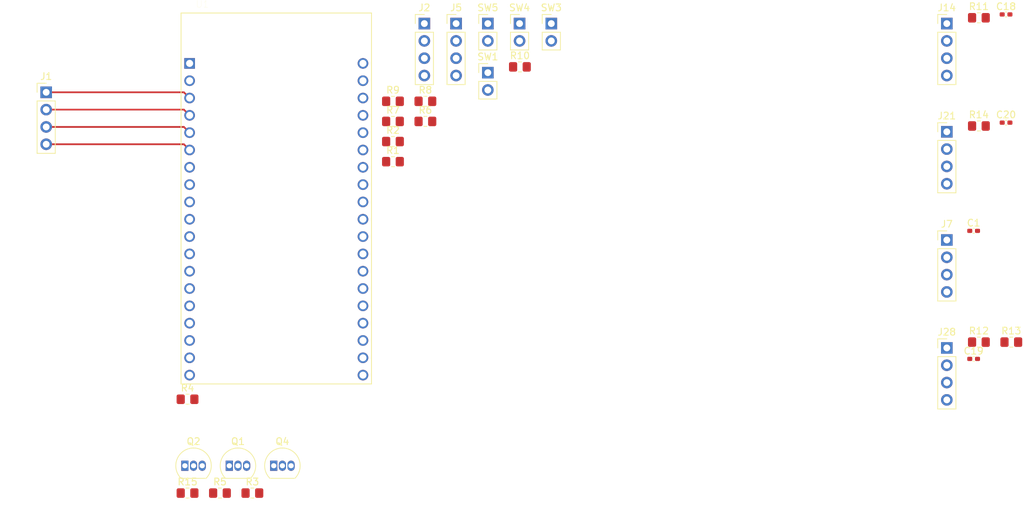
<source format=kicad_pcb>
(kicad_pcb (version 20171130) (host pcbnew "(5.1.8)-1")

  (general
    (thickness 1.6)
    (drawings 0)
    (tracks 8)
    (zones 0)
    (modules 34)
    (nets 23)
  )

  (page A4)
  (layers
    (0 F.Cu signal)
    (31 B.Cu signal)
    (32 B.Adhes user)
    (33 F.Adhes user)
    (34 B.Paste user)
    (35 F.Paste user)
    (36 B.SilkS user)
    (37 F.SilkS user)
    (38 B.Mask user)
    (39 F.Mask user)
    (40 Dwgs.User user)
    (41 Cmts.User user)
    (42 Eco1.User user)
    (43 Eco2.User user)
    (44 Edge.Cuts user)
    (45 Margin user)
    (46 B.CrtYd user)
    (47 F.CrtYd user)
    (48 B.Fab user)
    (49 F.Fab user)
  )

  (setup
    (last_trace_width 0.25)
    (user_trace_width 0.5)
    (user_trace_width 0.75)
    (trace_clearance 0.2)
    (zone_clearance 0.508)
    (zone_45_only no)
    (trace_min 0.2)
    (via_size 0.8)
    (via_drill 0.4)
    (via_min_size 0.4)
    (via_min_drill 0.3)
    (uvia_size 0.3)
    (uvia_drill 0.1)
    (uvias_allowed no)
    (uvia_min_size 0.2)
    (uvia_min_drill 0.1)
    (edge_width 0.05)
    (segment_width 0.2)
    (pcb_text_width 0.3)
    (pcb_text_size 1.5 1.5)
    (mod_edge_width 0.12)
    (mod_text_size 1 1)
    (mod_text_width 0.15)
    (pad_size 1.524 1.524)
    (pad_drill 0.762)
    (pad_to_mask_clearance 0)
    (aux_axis_origin 0 0)
    (visible_elements FFFFFF7F)
    (pcbplotparams
      (layerselection 0x010fc_ffffffff)
      (usegerberextensions false)
      (usegerberattributes true)
      (usegerberadvancedattributes true)
      (creategerberjobfile true)
      (excludeedgelayer true)
      (linewidth 0.100000)
      (plotframeref false)
      (viasonmask false)
      (mode 1)
      (useauxorigin false)
      (hpglpennumber 1)
      (hpglpenspeed 20)
      (hpglpendiameter 15.000000)
      (psnegative false)
      (psa4output false)
      (plotreference true)
      (plotvalue true)
      (plotinvisibletext false)
      (padsonsilk false)
      (subtractmaskfromsilk false)
      (outputformat 1)
      (mirror false)
      (drillshape 1)
      (scaleselection 1)
      (outputdirectory ""))
  )

  (net 0 "")
  (net 1 GND)
  (net 2 VDD_1)
  (net 3 VDD_2)
  (net 4 VDD_4)
  (net 5 VDD_3)
  (net 6 "Net-(J1-Pad4)")
  (net 7 "Net-(J1-Pad3)")
  (net 8 "Net-(J1-Pad2)")
  (net 9 "Net-(J1-Pad1)")
  (net 10 +3V3)
  (net 11 "Net-(Q1-Pad3)")
  (net 12 "Net-(Q2-Pad3)")
  (net 13 "Net-(Q2-Pad2)")
  (net 14 /Řídí)
  (net 15 /Krokovka1/EN1)
  (net 16 /Čte)
  (net 17 "Net-(R6-Pad2)")
  (net 18 /Krokovka1/PDN_1)
  (net 19 "Net-(R7-Pad2)")
  (net 20 "Net-(R8-Pad2)")
  (net 21 "Net-(R9-Pad2)")
  (net 22 "Net-(R10-Pad2)")

  (net_class Default "This is the default net class."
    (clearance 0.2)
    (trace_width 0.25)
    (via_dia 0.8)
    (via_drill 0.4)
    (uvia_dia 0.3)
    (uvia_drill 0.1)
    (add_net +3V3)
    (add_net "/Krokovka 4/INDEX_4")
    (add_net /Krokovka1/EN1)
    (add_net /Krokovka1/PDN_1)
    (add_net /Čte)
    (add_net /Řídí)
    (add_net GND)
    (add_net "Net-(2209Br2-Pad2)")
    (add_net "Net-(2209Br3-Pad3)")
    (add_net "Net-(2209Br4-Pad2)")
    (add_net "Net-(2209Br4-Pad3)")
    (add_net "Net-(J1-Pad1)")
    (add_net "Net-(J1-Pad2)")
    (add_net "Net-(J1-Pad3)")
    (add_net "Net-(J1-Pad4)")
    (add_net "Net-(Q1-Pad3)")
    (add_net "Net-(Q2-Pad2)")
    (add_net "Net-(Q2-Pad3)")
    (add_net "Net-(R10-Pad2)")
    (add_net "Net-(R6-Pad2)")
    (add_net "Net-(R7-Pad2)")
    (add_net "Net-(R8-Pad2)")
    (add_net "Net-(R9-Pad2)")
    (add_net "Net-(U1-Pad12)")
    (add_net "Net-(U1-Pad16)")
    (add_net "Net-(U1-Pad17)")
    (add_net "Net-(U1-Pad18)")
    (add_net "Net-(U1-Pad19)")
    (add_net "Net-(U1-Pad2)")
    (add_net "Net-(U1-Pad23)")
    (add_net "Net-(U1-Pad24)")
    (add_net "Net-(U1-Pad25)")
    (add_net "Net-(U1-Pad27)")
    (add_net "Net-(U1-Pad29)")
    (add_net "Net-(U1-Pad32)")
    (add_net "Net-(U1-Pad33)")
    (add_net "Net-(U1-Pad34)")
    (add_net "Net-(U1-Pad36)")
    (add_net "Net-(U1-Pad37)")
    (add_net "Net-(U1-Pad38)")
    (add_net "Net-(U1-Pad7)")
    (add_net VDD_1)
    (add_net VDD_2)
    (add_net VDD_3)
    (add_net VDD_4)
  )

  (module FinalExamThesis:MODULE_ESP32-DEVKITC-32D (layer F.Cu) (tedit 60213CCB) (tstamp 602165EF)
    (at 102.295 87.91)
    (path /601D8F66)
    (fp_text reference U1 (at -10.829175 -28.446045) (layer F.SilkS)
      (effects (font (size 1.000386 1.000386) (thickness 0.015)))
    )
    (fp_text value ESP32-DEVKITC-32D (at 1.24136 28.294535) (layer F.Fab)
      (effects (font (size 1.001047 1.001047) (thickness 0.015)))
    )
    (fp_line (start -13.95 -27.15) (end 13.95 -27.15) (layer F.Fab) (width 0.127))
    (fp_line (start 13.95 -27.15) (end 13.95 27.25) (layer F.Fab) (width 0.127))
    (fp_line (start 13.95 27.25) (end -13.95 27.25) (layer F.Fab) (width 0.127))
    (fp_line (start -13.95 27.25) (end -13.95 -27.15) (layer F.Fab) (width 0.127))
    (fp_line (start -13.95 27.25) (end -13.95 -27.15) (layer F.SilkS) (width 0.127))
    (fp_line (start -13.95 -27.15) (end 13.95 -27.15) (layer F.SilkS) (width 0.127))
    (fp_line (start 13.95 -27.15) (end 13.95 27.25) (layer F.SilkS) (width 0.127))
    (fp_line (start 13.95 27.25) (end -13.95 27.25) (layer F.SilkS) (width 0.127))
    (fp_line (start -14.2 -27.4) (end 14.2 -27.4) (layer F.CrtYd) (width 0.05))
    (fp_line (start 14.2 -27.4) (end 14.2 27.5) (layer F.CrtYd) (width 0.05))
    (fp_line (start 14.2 27.5) (end -14.2 27.5) (layer F.CrtYd) (width 0.05))
    (fp_line (start -14.2 27.5) (end -14.2 -27.4) (layer F.CrtYd) (width 0.05))
    (fp_circle (center -14.6 -19.9) (end -14.46 -19.9) (layer F.Fab) (width 0.28))
    (fp_circle (center -14.6 -19.9) (end -14.46 -19.9) (layer F.Fab) (width 0.28))
    (pad 1 thru_hole rect (at -12.7 -19.76) (size 1.56 1.56) (drill 1.04) (layers *.Cu *.Mask)
      (net 10 +3V3))
    (pad 2 thru_hole circle (at -12.7 -17.22) (size 1.56 1.56) (drill 1.04) (layers *.Cu *.Mask))
    (pad 19 thru_hole circle (at -12.7 25.96) (size 1.56 1.56) (drill 1.04) (layers *.Cu *.Mask))
    (pad 3 thru_hole circle (at -12.7 -14.68) (size 1.56 1.56) (drill 1.04) (layers *.Cu *.Mask)
      (net 9 "Net-(J1-Pad1)"))
    (pad 4 thru_hole circle (at -12.7 -12.14) (size 1.56 1.56) (drill 1.04) (layers *.Cu *.Mask)
      (net 8 "Net-(J1-Pad2)"))
    (pad 5 thru_hole circle (at -12.7 -9.6) (size 1.56 1.56) (drill 1.04) (layers *.Cu *.Mask)
      (net 7 "Net-(J1-Pad3)"))
    (pad 6 thru_hole circle (at -12.7 -7.06) (size 1.56 1.56) (drill 1.04) (layers *.Cu *.Mask)
      (net 6 "Net-(J1-Pad4)"))
    (pad 7 thru_hole circle (at -12.7 -4.52) (size 1.56 1.56) (drill 1.04) (layers *.Cu *.Mask))
    (pad 8 thru_hole circle (at -12.7 -1.98) (size 1.56 1.56) (drill 1.04) (layers *.Cu *.Mask)
      (net 2 VDD_1))
    (pad 9 thru_hole circle (at -12.7 0.56) (size 1.56 1.56) (drill 1.04) (layers *.Cu *.Mask)
      (net 3 VDD_2))
    (pad 10 thru_hole circle (at -12.7 3.1) (size 1.56 1.56) (drill 1.04) (layers *.Cu *.Mask)
      (net 5 VDD_3))
    (pad 11 thru_hole circle (at -12.7 5.64) (size 1.56 1.56) (drill 1.04) (layers *.Cu *.Mask)
      (net 4 VDD_4))
    (pad 12 thru_hole circle (at -12.7 8.18) (size 1.56 1.56) (drill 1.04) (layers *.Cu *.Mask))
    (pad 13 thru_hole circle (at -12.7 10.72) (size 1.56 1.56) (drill 1.04) (layers *.Cu *.Mask)
      (net 19 "Net-(R7-Pad2)"))
    (pad 14 thru_hole circle (at -12.7 13.26) (size 1.56 1.56) (drill 1.04) (layers *.Cu *.Mask)
      (net 1 GND))
    (pad 15 thru_hole circle (at -12.7 15.8) (size 1.56 1.56) (drill 1.04) (layers *.Cu *.Mask)
      (net 22 "Net-(R10-Pad2)"))
    (pad 16 thru_hole circle (at -12.7 18.34) (size 1.56 1.56) (drill 1.04) (layers *.Cu *.Mask))
    (pad 17 thru_hole circle (at -12.7 20.88) (size 1.56 1.56) (drill 1.04) (layers *.Cu *.Mask))
    (pad 18 thru_hole circle (at -12.7 23.42) (size 1.56 1.56) (drill 1.04) (layers *.Cu *.Mask))
    (pad 20 thru_hole circle (at 12.7 -19.76) (size 1.56 1.56) (drill 1.04) (layers *.Cu *.Mask)
      (net 1 GND))
    (pad 21 thru_hole circle (at 12.7 -17.22) (size 1.56 1.56) (drill 1.04) (layers *.Cu *.Mask)
      (net 14 /Řídí))
    (pad 22 thru_hole circle (at 12.7 -14.68) (size 1.56 1.56) (drill 1.04) (layers *.Cu *.Mask)
      (net 16 /Čte))
    (pad 23 thru_hole circle (at 12.7 -12.14) (size 1.56 1.56) (drill 1.04) (layers *.Cu *.Mask))
    (pad 24 thru_hole circle (at 12.7 -9.6) (size 1.56 1.56) (drill 1.04) (layers *.Cu *.Mask))
    (pad 25 thru_hole circle (at 12.7 -7.06) (size 1.56 1.56) (drill 1.04) (layers *.Cu *.Mask))
    (pad 26 thru_hole circle (at 12.7 -4.52) (size 1.56 1.56) (drill 1.04) (layers *.Cu *.Mask)
      (net 1 GND))
    (pad 27 thru_hole circle (at 12.7 -1.98) (size 1.56 1.56) (drill 1.04) (layers *.Cu *.Mask))
    (pad 28 thru_hole circle (at 12.7 0.56) (size 1.56 1.56) (drill 1.04) (layers *.Cu *.Mask)
      (net 20 "Net-(R8-Pad2)"))
    (pad 29 thru_hole circle (at 12.7 3.1) (size 1.56 1.56) (drill 1.04) (layers *.Cu *.Mask))
    (pad 30 thru_hole circle (at 12.7 5.64) (size 1.56 1.56) (drill 1.04) (layers *.Cu *.Mask)
      (net 17 "Net-(R6-Pad2)"))
    (pad 31 thru_hole circle (at 12.7 8.18) (size 1.56 1.56) (drill 1.04) (layers *.Cu *.Mask)
      (net 18 /Krokovka1/PDN_1))
    (pad 32 thru_hole circle (at 12.7 10.72) (size 1.56 1.56) (drill 1.04) (layers *.Cu *.Mask))
    (pad 33 thru_hole circle (at 12.7 13.26) (size 1.56 1.56) (drill 1.04) (layers *.Cu *.Mask))
    (pad 34 thru_hole circle (at 12.7 15.8) (size 1.56 1.56) (drill 1.04) (layers *.Cu *.Mask))
    (pad 35 thru_hole circle (at 12.7 18.34) (size 1.56 1.56) (drill 1.04) (layers *.Cu *.Mask)
      (net 21 "Net-(R9-Pad2)"))
    (pad 36 thru_hole circle (at 12.7 20.88) (size 1.56 1.56) (drill 1.04) (layers *.Cu *.Mask))
    (pad 37 thru_hole circle (at 12.7 23.42) (size 1.56 1.56) (drill 1.04) (layers *.Cu *.Mask))
    (pad 38 thru_hole circle (at 12.7 25.96) (size 1.56 1.56) (drill 1.04) (layers *.Cu *.Mask))
  )

  (module Connector_PinHeader_2.54mm:PinHeader_1x02_P2.54mm_Vertical (layer F.Cu) (tedit 59FED5CC) (tstamp 602165B7)
    (at 133.29 62.31)
    (descr "Through hole straight pin header, 1x02, 2.54mm pitch, single row")
    (tags "Through hole pin header THT 1x02 2.54mm single row")
    (path /601F78CA)
    (fp_text reference SW5 (at 0 -2.33) (layer F.SilkS)
      (effects (font (size 1 1) (thickness 0.15)))
    )
    (fp_text value SW_MEC_5G (at 0 4.87) (layer F.Fab)
      (effects (font (size 1 1) (thickness 0.15)))
    )
    (fp_text user %R (at 0 1.27 90) (layer F.Fab)
      (effects (font (size 1 1) (thickness 0.15)))
    )
    (fp_line (start -0.635 -1.27) (end 1.27 -1.27) (layer F.Fab) (width 0.1))
    (fp_line (start 1.27 -1.27) (end 1.27 3.81) (layer F.Fab) (width 0.1))
    (fp_line (start 1.27 3.81) (end -1.27 3.81) (layer F.Fab) (width 0.1))
    (fp_line (start -1.27 3.81) (end -1.27 -0.635) (layer F.Fab) (width 0.1))
    (fp_line (start -1.27 -0.635) (end -0.635 -1.27) (layer F.Fab) (width 0.1))
    (fp_line (start -1.33 3.87) (end 1.33 3.87) (layer F.SilkS) (width 0.12))
    (fp_line (start -1.33 1.27) (end -1.33 3.87) (layer F.SilkS) (width 0.12))
    (fp_line (start 1.33 1.27) (end 1.33 3.87) (layer F.SilkS) (width 0.12))
    (fp_line (start -1.33 1.27) (end 1.33 1.27) (layer F.SilkS) (width 0.12))
    (fp_line (start -1.33 0) (end -1.33 -1.33) (layer F.SilkS) (width 0.12))
    (fp_line (start -1.33 -1.33) (end 0 -1.33) (layer F.SilkS) (width 0.12))
    (fp_line (start -1.8 -1.8) (end -1.8 4.35) (layer F.CrtYd) (width 0.05))
    (fp_line (start -1.8 4.35) (end 1.8 4.35) (layer F.CrtYd) (width 0.05))
    (fp_line (start 1.8 4.35) (end 1.8 -1.8) (layer F.CrtYd) (width 0.05))
    (fp_line (start 1.8 -1.8) (end -1.8 -1.8) (layer F.CrtYd) (width 0.05))
    (pad 2 thru_hole oval (at 0 2.54) (size 1.7 1.7) (drill 1) (layers *.Cu *.Mask)
      (net 10 +3V3))
    (pad 1 thru_hole rect (at 0 0) (size 1.7 1.7) (drill 1) (layers *.Cu *.Mask)
      (net 10 +3V3))
    (model ${KISYS3DMOD}/Connector_PinHeader_2.54mm.3dshapes/PinHeader_1x02_P2.54mm_Vertical.wrl
      (at (xyz 0 0 0))
      (scale (xyz 1 1 1))
      (rotate (xyz 0 0 0))
    )
  )

  (module Connector_PinHeader_2.54mm:PinHeader_1x02_P2.54mm_Vertical (layer F.Cu) (tedit 59FED5CC) (tstamp 602165A1)
    (at 137.94 62.31)
    (descr "Through hole straight pin header, 1x02, 2.54mm pitch, single row")
    (tags "Through hole pin header THT 1x02 2.54mm single row")
    (path /601F76BE)
    (fp_text reference SW4 (at 0 -2.33) (layer F.SilkS)
      (effects (font (size 1 1) (thickness 0.15)))
    )
    (fp_text value SW_MEC_5G (at 0 4.87) (layer F.Fab)
      (effects (font (size 1 1) (thickness 0.15)))
    )
    (fp_text user %R (at 0 1.27 90) (layer F.Fab)
      (effects (font (size 1 1) (thickness 0.15)))
    )
    (fp_line (start -0.635 -1.27) (end 1.27 -1.27) (layer F.Fab) (width 0.1))
    (fp_line (start 1.27 -1.27) (end 1.27 3.81) (layer F.Fab) (width 0.1))
    (fp_line (start 1.27 3.81) (end -1.27 3.81) (layer F.Fab) (width 0.1))
    (fp_line (start -1.27 3.81) (end -1.27 -0.635) (layer F.Fab) (width 0.1))
    (fp_line (start -1.27 -0.635) (end -0.635 -1.27) (layer F.Fab) (width 0.1))
    (fp_line (start -1.33 3.87) (end 1.33 3.87) (layer F.SilkS) (width 0.12))
    (fp_line (start -1.33 1.27) (end -1.33 3.87) (layer F.SilkS) (width 0.12))
    (fp_line (start 1.33 1.27) (end 1.33 3.87) (layer F.SilkS) (width 0.12))
    (fp_line (start -1.33 1.27) (end 1.33 1.27) (layer F.SilkS) (width 0.12))
    (fp_line (start -1.33 0) (end -1.33 -1.33) (layer F.SilkS) (width 0.12))
    (fp_line (start -1.33 -1.33) (end 0 -1.33) (layer F.SilkS) (width 0.12))
    (fp_line (start -1.8 -1.8) (end -1.8 4.35) (layer F.CrtYd) (width 0.05))
    (fp_line (start -1.8 4.35) (end 1.8 4.35) (layer F.CrtYd) (width 0.05))
    (fp_line (start 1.8 4.35) (end 1.8 -1.8) (layer F.CrtYd) (width 0.05))
    (fp_line (start 1.8 -1.8) (end -1.8 -1.8) (layer F.CrtYd) (width 0.05))
    (pad 2 thru_hole oval (at 0 2.54) (size 1.7 1.7) (drill 1) (layers *.Cu *.Mask)
      (net 10 +3V3))
    (pad 1 thru_hole rect (at 0 0) (size 1.7 1.7) (drill 1) (layers *.Cu *.Mask)
      (net 10 +3V3))
    (model ${KISYS3DMOD}/Connector_PinHeader_2.54mm.3dshapes/PinHeader_1x02_P2.54mm_Vertical.wrl
      (at (xyz 0 0 0))
      (scale (xyz 1 1 1))
      (rotate (xyz 0 0 0))
    )
  )

  (module Connector_PinHeader_2.54mm:PinHeader_1x02_P2.54mm_Vertical (layer F.Cu) (tedit 59FED5CC) (tstamp 6021658B)
    (at 142.59 62.31)
    (descr "Through hole straight pin header, 1x02, 2.54mm pitch, single row")
    (tags "Through hole pin header THT 1x02 2.54mm single row")
    (path /601F7428)
    (fp_text reference SW3 (at 0 -2.33) (layer F.SilkS)
      (effects (font (size 1 1) (thickness 0.15)))
    )
    (fp_text value SW_MEC_5G (at 0 4.87) (layer F.Fab)
      (effects (font (size 1 1) (thickness 0.15)))
    )
    (fp_text user %R (at 0 1.27 90) (layer F.Fab)
      (effects (font (size 1 1) (thickness 0.15)))
    )
    (fp_line (start -0.635 -1.27) (end 1.27 -1.27) (layer F.Fab) (width 0.1))
    (fp_line (start 1.27 -1.27) (end 1.27 3.81) (layer F.Fab) (width 0.1))
    (fp_line (start 1.27 3.81) (end -1.27 3.81) (layer F.Fab) (width 0.1))
    (fp_line (start -1.27 3.81) (end -1.27 -0.635) (layer F.Fab) (width 0.1))
    (fp_line (start -1.27 -0.635) (end -0.635 -1.27) (layer F.Fab) (width 0.1))
    (fp_line (start -1.33 3.87) (end 1.33 3.87) (layer F.SilkS) (width 0.12))
    (fp_line (start -1.33 1.27) (end -1.33 3.87) (layer F.SilkS) (width 0.12))
    (fp_line (start 1.33 1.27) (end 1.33 3.87) (layer F.SilkS) (width 0.12))
    (fp_line (start -1.33 1.27) (end 1.33 1.27) (layer F.SilkS) (width 0.12))
    (fp_line (start -1.33 0) (end -1.33 -1.33) (layer F.SilkS) (width 0.12))
    (fp_line (start -1.33 -1.33) (end 0 -1.33) (layer F.SilkS) (width 0.12))
    (fp_line (start -1.8 -1.8) (end -1.8 4.35) (layer F.CrtYd) (width 0.05))
    (fp_line (start -1.8 4.35) (end 1.8 4.35) (layer F.CrtYd) (width 0.05))
    (fp_line (start 1.8 4.35) (end 1.8 -1.8) (layer F.CrtYd) (width 0.05))
    (fp_line (start 1.8 -1.8) (end -1.8 -1.8) (layer F.CrtYd) (width 0.05))
    (pad 2 thru_hole oval (at 0 2.54) (size 1.7 1.7) (drill 1) (layers *.Cu *.Mask)
      (net 10 +3V3))
    (pad 1 thru_hole rect (at 0 0) (size 1.7 1.7) (drill 1) (layers *.Cu *.Mask)
      (net 10 +3V3))
    (model ${KISYS3DMOD}/Connector_PinHeader_2.54mm.3dshapes/PinHeader_1x02_P2.54mm_Vertical.wrl
      (at (xyz 0 0 0))
      (scale (xyz 1 1 1))
      (rotate (xyz 0 0 0))
    )
  )

  (module Connector_PinHeader_2.54mm:PinHeader_1x02_P2.54mm_Vertical (layer F.Cu) (tedit 59FED5CC) (tstamp 60216575)
    (at 133.29 69.51)
    (descr "Through hole straight pin header, 1x02, 2.54mm pitch, single row")
    (tags "Through hole pin header THT 1x02 2.54mm single row")
    (path /601E6C8F)
    (fp_text reference SW1 (at 0 -2.33) (layer F.SilkS)
      (effects (font (size 1 1) (thickness 0.15)))
    )
    (fp_text value SW_MEC_5G (at 0 4.87) (layer F.Fab)
      (effects (font (size 1 1) (thickness 0.15)))
    )
    (fp_text user %R (at 0 1.27 90) (layer F.Fab)
      (effects (font (size 1 1) (thickness 0.15)))
    )
    (fp_line (start -0.635 -1.27) (end 1.27 -1.27) (layer F.Fab) (width 0.1))
    (fp_line (start 1.27 -1.27) (end 1.27 3.81) (layer F.Fab) (width 0.1))
    (fp_line (start 1.27 3.81) (end -1.27 3.81) (layer F.Fab) (width 0.1))
    (fp_line (start -1.27 3.81) (end -1.27 -0.635) (layer F.Fab) (width 0.1))
    (fp_line (start -1.27 -0.635) (end -0.635 -1.27) (layer F.Fab) (width 0.1))
    (fp_line (start -1.33 3.87) (end 1.33 3.87) (layer F.SilkS) (width 0.12))
    (fp_line (start -1.33 1.27) (end -1.33 3.87) (layer F.SilkS) (width 0.12))
    (fp_line (start 1.33 1.27) (end 1.33 3.87) (layer F.SilkS) (width 0.12))
    (fp_line (start -1.33 1.27) (end 1.33 1.27) (layer F.SilkS) (width 0.12))
    (fp_line (start -1.33 0) (end -1.33 -1.33) (layer F.SilkS) (width 0.12))
    (fp_line (start -1.33 -1.33) (end 0 -1.33) (layer F.SilkS) (width 0.12))
    (fp_line (start -1.8 -1.8) (end -1.8 4.35) (layer F.CrtYd) (width 0.05))
    (fp_line (start -1.8 4.35) (end 1.8 4.35) (layer F.CrtYd) (width 0.05))
    (fp_line (start 1.8 4.35) (end 1.8 -1.8) (layer F.CrtYd) (width 0.05))
    (fp_line (start 1.8 -1.8) (end -1.8 -1.8) (layer F.CrtYd) (width 0.05))
    (pad 2 thru_hole oval (at 0 2.54) (size 1.7 1.7) (drill 1) (layers *.Cu *.Mask)
      (net 10 +3V3))
    (pad 1 thru_hole rect (at 0 0) (size 1.7 1.7) (drill 1) (layers *.Cu *.Mask)
      (net 10 +3V3))
    (model ${KISYS3DMOD}/Connector_PinHeader_2.54mm.3dshapes/PinHeader_1x02_P2.54mm_Vertical.wrl
      (at (xyz 0 0 0))
      (scale (xyz 1 1 1))
      (rotate (xyz 0 0 0))
    )
  )

  (module Resistor_SMD:R_0805_2012Metric_Pad1.20x1.40mm_HandSolder (layer F.Cu) (tedit 5F68FEEE) (tstamp 6021655F)
    (at 89.29 131.17)
    (descr "Resistor SMD 0805 (2012 Metric), square (rectangular) end terminal, IPC_7351 nominal with elongated pad for handsoldering. (Body size source: IPC-SM-782 page 72, https://www.pcb-3d.com/wordpress/wp-content/uploads/ipc-sm-782a_amendment_1_and_2.pdf), generated with kicad-footprint-generator")
    (tags "resistor handsolder")
    (path /60188778/60230BAA)
    (attr smd)
    (fp_text reference R15 (at 0 -1.65) (layer F.SilkS)
      (effects (font (size 1 1) (thickness 0.15)))
    )
    (fp_text value 100k (at 0 1.65) (layer F.Fab)
      (effects (font (size 1 1) (thickness 0.15)))
    )
    (fp_text user %R (at 0 0) (layer F.Fab)
      (effects (font (size 0.5 0.5) (thickness 0.08)))
    )
    (fp_line (start -1 0.625) (end -1 -0.625) (layer F.Fab) (width 0.1))
    (fp_line (start -1 -0.625) (end 1 -0.625) (layer F.Fab) (width 0.1))
    (fp_line (start 1 -0.625) (end 1 0.625) (layer F.Fab) (width 0.1))
    (fp_line (start 1 0.625) (end -1 0.625) (layer F.Fab) (width 0.1))
    (fp_line (start -0.227064 -0.735) (end 0.227064 -0.735) (layer F.SilkS) (width 0.12))
    (fp_line (start -0.227064 0.735) (end 0.227064 0.735) (layer F.SilkS) (width 0.12))
    (fp_line (start -1.85 0.95) (end -1.85 -0.95) (layer F.CrtYd) (width 0.05))
    (fp_line (start -1.85 -0.95) (end 1.85 -0.95) (layer F.CrtYd) (width 0.05))
    (fp_line (start 1.85 -0.95) (end 1.85 0.95) (layer F.CrtYd) (width 0.05))
    (fp_line (start 1.85 0.95) (end -1.85 0.95) (layer F.CrtYd) (width 0.05))
    (pad 2 smd roundrect (at 1 0) (size 1.2 1.4) (layers F.Cu F.Paste F.Mask) (roundrect_rratio 0.208333)
      (net 12 "Net-(Q2-Pad3)"))
    (pad 1 smd roundrect (at -1 0) (size 1.2 1.4) (layers F.Cu F.Paste F.Mask) (roundrect_rratio 0.208333)
      (net 11 "Net-(Q1-Pad3)"))
    (model ${KISYS3DMOD}/Resistor_SMD.3dshapes/R_0805_2012Metric.wrl
      (at (xyz 0 0 0))
      (scale (xyz 1 1 1))
      (rotate (xyz 0 0 0))
    )
  )

  (module Resistor_SMD:R_0805_2012Metric_Pad1.20x1.40mm_HandSolder (layer F.Cu) (tedit 5F68FEEE) (tstamp 6021654E)
    (at 205.24 77.33)
    (descr "Resistor SMD 0805 (2012 Metric), square (rectangular) end terminal, IPC_7351 nominal with elongated pad for handsoldering. (Body size source: IPC-SM-782 page 72, https://www.pcb-3d.com/wordpress/wp-content/uploads/ipc-sm-782a_amendment_1_and_2.pdf), generated with kicad-footprint-generator")
    (tags "resistor handsolder")
    (path /60210E5F/6025D497)
    (attr smd)
    (fp_text reference R14 (at 0 -1.65) (layer F.SilkS)
      (effects (font (size 1 1) (thickness 0.15)))
    )
    (fp_text value 1k (at 0 1.65) (layer F.Fab)
      (effects (font (size 1 1) (thickness 0.15)))
    )
    (fp_text user %R (at 0 0) (layer F.Fab)
      (effects (font (size 0.5 0.5) (thickness 0.08)))
    )
    (fp_line (start -1 0.625) (end -1 -0.625) (layer F.Fab) (width 0.1))
    (fp_line (start -1 -0.625) (end 1 -0.625) (layer F.Fab) (width 0.1))
    (fp_line (start 1 -0.625) (end 1 0.625) (layer F.Fab) (width 0.1))
    (fp_line (start 1 0.625) (end -1 0.625) (layer F.Fab) (width 0.1))
    (fp_line (start -0.227064 -0.735) (end 0.227064 -0.735) (layer F.SilkS) (width 0.12))
    (fp_line (start -0.227064 0.735) (end 0.227064 0.735) (layer F.SilkS) (width 0.12))
    (fp_line (start -1.85 0.95) (end -1.85 -0.95) (layer F.CrtYd) (width 0.05))
    (fp_line (start -1.85 -0.95) (end 1.85 -0.95) (layer F.CrtYd) (width 0.05))
    (fp_line (start 1.85 -0.95) (end 1.85 0.95) (layer F.CrtYd) (width 0.05))
    (fp_line (start 1.85 0.95) (end -1.85 0.95) (layer F.CrtYd) (width 0.05))
    (pad 2 smd roundrect (at 1 0) (size 1.2 1.4) (layers F.Cu F.Paste F.Mask) (roundrect_rratio 0.208333)
      (net 10 +3V3))
    (pad 1 smd roundrect (at -1 0) (size 1.2 1.4) (layers F.Cu F.Paste F.Mask) (roundrect_rratio 0.208333))
    (model ${KISYS3DMOD}/Resistor_SMD.3dshapes/R_0805_2012Metric.wrl
      (at (xyz 0 0 0))
      (scale (xyz 1 1 1))
      (rotate (xyz 0 0 0))
    )
  )

  (module Resistor_SMD:R_0805_2012Metric_Pad1.20x1.40mm_HandSolder (layer F.Cu) (tedit 5F68FEEE) (tstamp 6021653D)
    (at 209.99 109.03)
    (descr "Resistor SMD 0805 (2012 Metric), square (rectangular) end terminal, IPC_7351 nominal with elongated pad for handsoldering. (Body size source: IPC-SM-782 page 72, https://www.pcb-3d.com/wordpress/wp-content/uploads/ipc-sm-782a_amendment_1_and_2.pdf), generated with kicad-footprint-generator")
    (tags "resistor handsolder")
    (path /60218F69/6025F620)
    (attr smd)
    (fp_text reference R13 (at 0 -1.65) (layer F.SilkS)
      (effects (font (size 1 1) (thickness 0.15)))
    )
    (fp_text value 1k (at 0 1.65) (layer F.Fab)
      (effects (font (size 1 1) (thickness 0.15)))
    )
    (fp_text user %R (at 0 0) (layer F.Fab)
      (effects (font (size 0.5 0.5) (thickness 0.08)))
    )
    (fp_line (start -1 0.625) (end -1 -0.625) (layer F.Fab) (width 0.1))
    (fp_line (start -1 -0.625) (end 1 -0.625) (layer F.Fab) (width 0.1))
    (fp_line (start 1 -0.625) (end 1 0.625) (layer F.Fab) (width 0.1))
    (fp_line (start 1 0.625) (end -1 0.625) (layer F.Fab) (width 0.1))
    (fp_line (start -0.227064 -0.735) (end 0.227064 -0.735) (layer F.SilkS) (width 0.12))
    (fp_line (start -0.227064 0.735) (end 0.227064 0.735) (layer F.SilkS) (width 0.12))
    (fp_line (start -1.85 0.95) (end -1.85 -0.95) (layer F.CrtYd) (width 0.05))
    (fp_line (start -1.85 -0.95) (end 1.85 -0.95) (layer F.CrtYd) (width 0.05))
    (fp_line (start 1.85 -0.95) (end 1.85 0.95) (layer F.CrtYd) (width 0.05))
    (fp_line (start 1.85 0.95) (end -1.85 0.95) (layer F.CrtYd) (width 0.05))
    (pad 2 smd roundrect (at 1 0) (size 1.2 1.4) (layers F.Cu F.Paste F.Mask) (roundrect_rratio 0.208333)
      (net 10 +3V3))
    (pad 1 smd roundrect (at -1 0) (size 1.2 1.4) (layers F.Cu F.Paste F.Mask) (roundrect_rratio 0.208333))
    (model ${KISYS3DMOD}/Resistor_SMD.3dshapes/R_0805_2012Metric.wrl
      (at (xyz 0 0 0))
      (scale (xyz 1 1 1))
      (rotate (xyz 0 0 0))
    )
  )

  (module Resistor_SMD:R_0805_2012Metric_Pad1.20x1.40mm_HandSolder (layer F.Cu) (tedit 5F68FEEE) (tstamp 6021652C)
    (at 205.24 109.03)
    (descr "Resistor SMD 0805 (2012 Metric), square (rectangular) end terminal, IPC_7351 nominal with elongated pad for handsoldering. (Body size source: IPC-SM-782 page 72, https://www.pcb-3d.com/wordpress/wp-content/uploads/ipc-sm-782a_amendment_1_and_2.pdf), generated with kicad-footprint-generator")
    (tags "resistor handsolder")
    (path /60218F69/6025F32C)
    (attr smd)
    (fp_text reference R12 (at 0 -1.65) (layer F.SilkS)
      (effects (font (size 1 1) (thickness 0.15)))
    )
    (fp_text value 1k (at 0 1.65) (layer F.Fab)
      (effects (font (size 1 1) (thickness 0.15)))
    )
    (fp_text user %R (at 0 0) (layer F.Fab)
      (effects (font (size 0.5 0.5) (thickness 0.08)))
    )
    (fp_line (start -1 0.625) (end -1 -0.625) (layer F.Fab) (width 0.1))
    (fp_line (start -1 -0.625) (end 1 -0.625) (layer F.Fab) (width 0.1))
    (fp_line (start 1 -0.625) (end 1 0.625) (layer F.Fab) (width 0.1))
    (fp_line (start 1 0.625) (end -1 0.625) (layer F.Fab) (width 0.1))
    (fp_line (start -0.227064 -0.735) (end 0.227064 -0.735) (layer F.SilkS) (width 0.12))
    (fp_line (start -0.227064 0.735) (end 0.227064 0.735) (layer F.SilkS) (width 0.12))
    (fp_line (start -1.85 0.95) (end -1.85 -0.95) (layer F.CrtYd) (width 0.05))
    (fp_line (start -1.85 -0.95) (end 1.85 -0.95) (layer F.CrtYd) (width 0.05))
    (fp_line (start 1.85 -0.95) (end 1.85 0.95) (layer F.CrtYd) (width 0.05))
    (fp_line (start 1.85 0.95) (end -1.85 0.95) (layer F.CrtYd) (width 0.05))
    (pad 2 smd roundrect (at 1 0) (size 1.2 1.4) (layers F.Cu F.Paste F.Mask) (roundrect_rratio 0.208333)
      (net 10 +3V3))
    (pad 1 smd roundrect (at -1 0) (size 1.2 1.4) (layers F.Cu F.Paste F.Mask) (roundrect_rratio 0.208333))
    (model ${KISYS3DMOD}/Resistor_SMD.3dshapes/R_0805_2012Metric.wrl
      (at (xyz 0 0 0))
      (scale (xyz 1 1 1))
      (rotate (xyz 0 0 0))
    )
  )

  (module Resistor_SMD:R_0805_2012Metric_Pad1.20x1.40mm_HandSolder (layer F.Cu) (tedit 5F68FEEE) (tstamp 6021651B)
    (at 205.24 61.46)
    (descr "Resistor SMD 0805 (2012 Metric), square (rectangular) end terminal, IPC_7351 nominal with elongated pad for handsoldering. (Body size source: IPC-SM-782 page 72, https://www.pcb-3d.com/wordpress/wp-content/uploads/ipc-sm-782a_amendment_1_and_2.pdf), generated with kicad-footprint-generator")
    (tags "resistor handsolder")
    (path /601E7BA1/602577DF)
    (attr smd)
    (fp_text reference R11 (at 0 -1.65) (layer F.SilkS)
      (effects (font (size 1 1) (thickness 0.15)))
    )
    (fp_text value 1k (at 0 1.65) (layer F.Fab)
      (effects (font (size 1 1) (thickness 0.15)))
    )
    (fp_text user %R (at 0 0) (layer F.Fab)
      (effects (font (size 0.5 0.5) (thickness 0.08)))
    )
    (fp_line (start -1 0.625) (end -1 -0.625) (layer F.Fab) (width 0.1))
    (fp_line (start -1 -0.625) (end 1 -0.625) (layer F.Fab) (width 0.1))
    (fp_line (start 1 -0.625) (end 1 0.625) (layer F.Fab) (width 0.1))
    (fp_line (start 1 0.625) (end -1 0.625) (layer F.Fab) (width 0.1))
    (fp_line (start -0.227064 -0.735) (end 0.227064 -0.735) (layer F.SilkS) (width 0.12))
    (fp_line (start -0.227064 0.735) (end 0.227064 0.735) (layer F.SilkS) (width 0.12))
    (fp_line (start -1.85 0.95) (end -1.85 -0.95) (layer F.CrtYd) (width 0.05))
    (fp_line (start -1.85 -0.95) (end 1.85 -0.95) (layer F.CrtYd) (width 0.05))
    (fp_line (start 1.85 -0.95) (end 1.85 0.95) (layer F.CrtYd) (width 0.05))
    (fp_line (start 1.85 0.95) (end -1.85 0.95) (layer F.CrtYd) (width 0.05))
    (pad 2 smd roundrect (at 1 0) (size 1.2 1.4) (layers F.Cu F.Paste F.Mask) (roundrect_rratio 0.208333)
      (net 10 +3V3))
    (pad 1 smd roundrect (at -1 0) (size 1.2 1.4) (layers F.Cu F.Paste F.Mask) (roundrect_rratio 0.208333))
    (model ${KISYS3DMOD}/Resistor_SMD.3dshapes/R_0805_2012Metric.wrl
      (at (xyz 0 0 0))
      (scale (xyz 1 1 1))
      (rotate (xyz 0 0 0))
    )
  )

  (module Resistor_SMD:R_0805_2012Metric_Pad1.20x1.40mm_HandSolder (layer F.Cu) (tedit 5F68FEEE) (tstamp 6021650A)
    (at 137.99 68.66)
    (descr "Resistor SMD 0805 (2012 Metric), square (rectangular) end terminal, IPC_7351 nominal with elongated pad for handsoldering. (Body size source: IPC-SM-782 page 72, https://www.pcb-3d.com/wordpress/wp-content/uploads/ipc-sm-782a_amendment_1_and_2.pdf), generated with kicad-footprint-generator")
    (tags "resistor handsolder")
    (path /601C090D)
    (attr smd)
    (fp_text reference R10 (at 0 -1.65) (layer F.SilkS)
      (effects (font (size 1 1) (thickness 0.15)))
    )
    (fp_text value 1k (at 0 1.65) (layer F.Fab)
      (effects (font (size 1 1) (thickness 0.15)))
    )
    (fp_text user %R (at 0 0) (layer F.Fab)
      (effects (font (size 0.5 0.5) (thickness 0.08)))
    )
    (fp_line (start -1 0.625) (end -1 -0.625) (layer F.Fab) (width 0.1))
    (fp_line (start -1 -0.625) (end 1 -0.625) (layer F.Fab) (width 0.1))
    (fp_line (start 1 -0.625) (end 1 0.625) (layer F.Fab) (width 0.1))
    (fp_line (start 1 0.625) (end -1 0.625) (layer F.Fab) (width 0.1))
    (fp_line (start -0.227064 -0.735) (end 0.227064 -0.735) (layer F.SilkS) (width 0.12))
    (fp_line (start -0.227064 0.735) (end 0.227064 0.735) (layer F.SilkS) (width 0.12))
    (fp_line (start -1.85 0.95) (end -1.85 -0.95) (layer F.CrtYd) (width 0.05))
    (fp_line (start -1.85 -0.95) (end 1.85 -0.95) (layer F.CrtYd) (width 0.05))
    (fp_line (start 1.85 -0.95) (end 1.85 0.95) (layer F.CrtYd) (width 0.05))
    (fp_line (start 1.85 0.95) (end -1.85 0.95) (layer F.CrtYd) (width 0.05))
    (pad 2 smd roundrect (at 1 0) (size 1.2 1.4) (layers F.Cu F.Paste F.Mask) (roundrect_rratio 0.208333)
      (net 22 "Net-(R10-Pad2)"))
    (pad 1 smd roundrect (at -1 0) (size 1.2 1.4) (layers F.Cu F.Paste F.Mask) (roundrect_rratio 0.208333))
    (model ${KISYS3DMOD}/Resistor_SMD.3dshapes/R_0805_2012Metric.wrl
      (at (xyz 0 0 0))
      (scale (xyz 1 1 1))
      (rotate (xyz 0 0 0))
    )
  )

  (module Resistor_SMD:R_0805_2012Metric_Pad1.20x1.40mm_HandSolder (layer F.Cu) (tedit 5F68FEEE) (tstamp 602164F9)
    (at 119.39 73.71)
    (descr "Resistor SMD 0805 (2012 Metric), square (rectangular) end terminal, IPC_7351 nominal with elongated pad for handsoldering. (Body size source: IPC-SM-782 page 72, https://www.pcb-3d.com/wordpress/wp-content/uploads/ipc-sm-782a_amendment_1_and_2.pdf), generated with kicad-footprint-generator")
    (tags "resistor handsolder")
    (path /601C0DC6)
    (attr smd)
    (fp_text reference R9 (at 0 -1.65) (layer F.SilkS)
      (effects (font (size 1 1) (thickness 0.15)))
    )
    (fp_text value 1k (at 0 1.65) (layer F.Fab)
      (effects (font (size 1 1) (thickness 0.15)))
    )
    (fp_text user %R (at 0 0) (layer F.Fab)
      (effects (font (size 0.5 0.5) (thickness 0.08)))
    )
    (fp_line (start -1 0.625) (end -1 -0.625) (layer F.Fab) (width 0.1))
    (fp_line (start -1 -0.625) (end 1 -0.625) (layer F.Fab) (width 0.1))
    (fp_line (start 1 -0.625) (end 1 0.625) (layer F.Fab) (width 0.1))
    (fp_line (start 1 0.625) (end -1 0.625) (layer F.Fab) (width 0.1))
    (fp_line (start -0.227064 -0.735) (end 0.227064 -0.735) (layer F.SilkS) (width 0.12))
    (fp_line (start -0.227064 0.735) (end 0.227064 0.735) (layer F.SilkS) (width 0.12))
    (fp_line (start -1.85 0.95) (end -1.85 -0.95) (layer F.CrtYd) (width 0.05))
    (fp_line (start -1.85 -0.95) (end 1.85 -0.95) (layer F.CrtYd) (width 0.05))
    (fp_line (start 1.85 -0.95) (end 1.85 0.95) (layer F.CrtYd) (width 0.05))
    (fp_line (start 1.85 0.95) (end -1.85 0.95) (layer F.CrtYd) (width 0.05))
    (pad 2 smd roundrect (at 1 0) (size 1.2 1.4) (layers F.Cu F.Paste F.Mask) (roundrect_rratio 0.208333)
      (net 21 "Net-(R9-Pad2)"))
    (pad 1 smd roundrect (at -1 0) (size 1.2 1.4) (layers F.Cu F.Paste F.Mask) (roundrect_rratio 0.208333))
    (model ${KISYS3DMOD}/Resistor_SMD.3dshapes/R_0805_2012Metric.wrl
      (at (xyz 0 0 0))
      (scale (xyz 1 1 1))
      (rotate (xyz 0 0 0))
    )
  )

  (module Resistor_SMD:R_0805_2012Metric_Pad1.20x1.40mm_HandSolder (layer F.Cu) (tedit 5F68FEEE) (tstamp 602164E8)
    (at 124.14 73.71)
    (descr "Resistor SMD 0805 (2012 Metric), square (rectangular) end terminal, IPC_7351 nominal with elongated pad for handsoldering. (Body size source: IPC-SM-782 page 72, https://www.pcb-3d.com/wordpress/wp-content/uploads/ipc-sm-782a_amendment_1_and_2.pdf), generated with kicad-footprint-generator")
    (tags "resistor handsolder")
    (path /601C1307)
    (attr smd)
    (fp_text reference R8 (at 0 -1.65) (layer F.SilkS)
      (effects (font (size 1 1) (thickness 0.15)))
    )
    (fp_text value 1k (at 0 1.65) (layer F.Fab)
      (effects (font (size 1 1) (thickness 0.15)))
    )
    (fp_text user %R (at 0 0) (layer F.Fab)
      (effects (font (size 0.5 0.5) (thickness 0.08)))
    )
    (fp_line (start -1 0.625) (end -1 -0.625) (layer F.Fab) (width 0.1))
    (fp_line (start -1 -0.625) (end 1 -0.625) (layer F.Fab) (width 0.1))
    (fp_line (start 1 -0.625) (end 1 0.625) (layer F.Fab) (width 0.1))
    (fp_line (start 1 0.625) (end -1 0.625) (layer F.Fab) (width 0.1))
    (fp_line (start -0.227064 -0.735) (end 0.227064 -0.735) (layer F.SilkS) (width 0.12))
    (fp_line (start -0.227064 0.735) (end 0.227064 0.735) (layer F.SilkS) (width 0.12))
    (fp_line (start -1.85 0.95) (end -1.85 -0.95) (layer F.CrtYd) (width 0.05))
    (fp_line (start -1.85 -0.95) (end 1.85 -0.95) (layer F.CrtYd) (width 0.05))
    (fp_line (start 1.85 -0.95) (end 1.85 0.95) (layer F.CrtYd) (width 0.05))
    (fp_line (start 1.85 0.95) (end -1.85 0.95) (layer F.CrtYd) (width 0.05))
    (pad 2 smd roundrect (at 1 0) (size 1.2 1.4) (layers F.Cu F.Paste F.Mask) (roundrect_rratio 0.208333)
      (net 20 "Net-(R8-Pad2)"))
    (pad 1 smd roundrect (at -1 0) (size 1.2 1.4) (layers F.Cu F.Paste F.Mask) (roundrect_rratio 0.208333))
    (model ${KISYS3DMOD}/Resistor_SMD.3dshapes/R_0805_2012Metric.wrl
      (at (xyz 0 0 0))
      (scale (xyz 1 1 1))
      (rotate (xyz 0 0 0))
    )
  )

  (module Resistor_SMD:R_0805_2012Metric_Pad1.20x1.40mm_HandSolder (layer F.Cu) (tedit 5F68FEEE) (tstamp 602164D7)
    (at 119.39 76.66)
    (descr "Resistor SMD 0805 (2012 Metric), square (rectangular) end terminal, IPC_7351 nominal with elongated pad for handsoldering. (Body size source: IPC-SM-782 page 72, https://www.pcb-3d.com/wordpress/wp-content/uploads/ipc-sm-782a_amendment_1_and_2.pdf), generated with kicad-footprint-generator")
    (tags "resistor handsolder")
    (path /601C15E1)
    (attr smd)
    (fp_text reference R7 (at 0 -1.65) (layer F.SilkS)
      (effects (font (size 1 1) (thickness 0.15)))
    )
    (fp_text value 1k (at 0 1.65) (layer F.Fab)
      (effects (font (size 1 1) (thickness 0.15)))
    )
    (fp_text user %R (at 0 0) (layer F.Fab)
      (effects (font (size 0.5 0.5) (thickness 0.08)))
    )
    (fp_line (start -1 0.625) (end -1 -0.625) (layer F.Fab) (width 0.1))
    (fp_line (start -1 -0.625) (end 1 -0.625) (layer F.Fab) (width 0.1))
    (fp_line (start 1 -0.625) (end 1 0.625) (layer F.Fab) (width 0.1))
    (fp_line (start 1 0.625) (end -1 0.625) (layer F.Fab) (width 0.1))
    (fp_line (start -0.227064 -0.735) (end 0.227064 -0.735) (layer F.SilkS) (width 0.12))
    (fp_line (start -0.227064 0.735) (end 0.227064 0.735) (layer F.SilkS) (width 0.12))
    (fp_line (start -1.85 0.95) (end -1.85 -0.95) (layer F.CrtYd) (width 0.05))
    (fp_line (start -1.85 -0.95) (end 1.85 -0.95) (layer F.CrtYd) (width 0.05))
    (fp_line (start 1.85 -0.95) (end 1.85 0.95) (layer F.CrtYd) (width 0.05))
    (fp_line (start 1.85 0.95) (end -1.85 0.95) (layer F.CrtYd) (width 0.05))
    (pad 2 smd roundrect (at 1 0) (size 1.2 1.4) (layers F.Cu F.Paste F.Mask) (roundrect_rratio 0.208333)
      (net 19 "Net-(R7-Pad2)"))
    (pad 1 smd roundrect (at -1 0) (size 1.2 1.4) (layers F.Cu F.Paste F.Mask) (roundrect_rratio 0.208333))
    (model ${KISYS3DMOD}/Resistor_SMD.3dshapes/R_0805_2012Metric.wrl
      (at (xyz 0 0 0))
      (scale (xyz 1 1 1))
      (rotate (xyz 0 0 0))
    )
  )

  (module Resistor_SMD:R_0805_2012Metric_Pad1.20x1.40mm_HandSolder (layer F.Cu) (tedit 5F68FEEE) (tstamp 602164C6)
    (at 124.14 76.66)
    (descr "Resistor SMD 0805 (2012 Metric), square (rectangular) end terminal, IPC_7351 nominal with elongated pad for handsoldering. (Body size source: IPC-SM-782 page 72, https://www.pcb-3d.com/wordpress/wp-content/uploads/ipc-sm-782a_amendment_1_and_2.pdf), generated with kicad-footprint-generator")
    (tags "resistor handsolder")
    (path /602202EC)
    (attr smd)
    (fp_text reference R6 (at 0 -1.65) (layer F.SilkS)
      (effects (font (size 1 1) (thickness 0.15)))
    )
    (fp_text value 1k (at 0 1.65) (layer F.Fab)
      (effects (font (size 1 1) (thickness 0.15)))
    )
    (fp_text user %R (at 0 0) (layer F.Fab)
      (effects (font (size 0.5 0.5) (thickness 0.08)))
    )
    (fp_line (start -1 0.625) (end -1 -0.625) (layer F.Fab) (width 0.1))
    (fp_line (start -1 -0.625) (end 1 -0.625) (layer F.Fab) (width 0.1))
    (fp_line (start 1 -0.625) (end 1 0.625) (layer F.Fab) (width 0.1))
    (fp_line (start 1 0.625) (end -1 0.625) (layer F.Fab) (width 0.1))
    (fp_line (start -0.227064 -0.735) (end 0.227064 -0.735) (layer F.SilkS) (width 0.12))
    (fp_line (start -0.227064 0.735) (end 0.227064 0.735) (layer F.SilkS) (width 0.12))
    (fp_line (start -1.85 0.95) (end -1.85 -0.95) (layer F.CrtYd) (width 0.05))
    (fp_line (start -1.85 -0.95) (end 1.85 -0.95) (layer F.CrtYd) (width 0.05))
    (fp_line (start 1.85 -0.95) (end 1.85 0.95) (layer F.CrtYd) (width 0.05))
    (fp_line (start 1.85 0.95) (end -1.85 0.95) (layer F.CrtYd) (width 0.05))
    (pad 2 smd roundrect (at 1 0) (size 1.2 1.4) (layers F.Cu F.Paste F.Mask) (roundrect_rratio 0.208333)
      (net 17 "Net-(R6-Pad2)"))
    (pad 1 smd roundrect (at -1 0) (size 1.2 1.4) (layers F.Cu F.Paste F.Mask) (roundrect_rratio 0.208333)
      (net 18 /Krokovka1/PDN_1))
    (model ${KISYS3DMOD}/Resistor_SMD.3dshapes/R_0805_2012Metric.wrl
      (at (xyz 0 0 0))
      (scale (xyz 1 1 1))
      (rotate (xyz 0 0 0))
    )
  )

  (module Resistor_SMD:R_0805_2012Metric_Pad1.20x1.40mm_HandSolder (layer F.Cu) (tedit 5F68FEEE) (tstamp 602164B5)
    (at 94.04 131.17)
    (descr "Resistor SMD 0805 (2012 Metric), square (rectangular) end terminal, IPC_7351 nominal with elongated pad for handsoldering. (Body size source: IPC-SM-782 page 72, https://www.pcb-3d.com/wordpress/wp-content/uploads/ipc-sm-782a_amendment_1_and_2.pdf), generated with kicad-footprint-generator")
    (tags "resistor handsolder")
    (path /60188778/601BBFD0)
    (attr smd)
    (fp_text reference R5 (at 0 -1.65) (layer F.SilkS)
      (effects (font (size 1 1) (thickness 0.15)))
    )
    (fp_text value 10k (at 0 1.65) (layer F.Fab)
      (effects (font (size 1 1) (thickness 0.15)))
    )
    (fp_text user %R (at 0 0) (layer F.Fab)
      (effects (font (size 0.5 0.5) (thickness 0.08)))
    )
    (fp_line (start -1 0.625) (end -1 -0.625) (layer F.Fab) (width 0.1))
    (fp_line (start -1 -0.625) (end 1 -0.625) (layer F.Fab) (width 0.1))
    (fp_line (start 1 -0.625) (end 1 0.625) (layer F.Fab) (width 0.1))
    (fp_line (start 1 0.625) (end -1 0.625) (layer F.Fab) (width 0.1))
    (fp_line (start -0.227064 -0.735) (end 0.227064 -0.735) (layer F.SilkS) (width 0.12))
    (fp_line (start -0.227064 0.735) (end 0.227064 0.735) (layer F.SilkS) (width 0.12))
    (fp_line (start -1.85 0.95) (end -1.85 -0.95) (layer F.CrtYd) (width 0.05))
    (fp_line (start -1.85 -0.95) (end 1.85 -0.95) (layer F.CrtYd) (width 0.05))
    (fp_line (start 1.85 -0.95) (end 1.85 0.95) (layer F.CrtYd) (width 0.05))
    (fp_line (start 1.85 0.95) (end -1.85 0.95) (layer F.CrtYd) (width 0.05))
    (pad 2 smd roundrect (at 1 0) (size 1.2 1.4) (layers F.Cu F.Paste F.Mask) (roundrect_rratio 0.208333)
      (net 1 GND))
    (pad 1 smd roundrect (at -1 0) (size 1.2 1.4) (layers F.Cu F.Paste F.Mask) (roundrect_rratio 0.208333)
      (net 13 "Net-(Q2-Pad2)"))
    (model ${KISYS3DMOD}/Resistor_SMD.3dshapes/R_0805_2012Metric.wrl
      (at (xyz 0 0 0))
      (scale (xyz 1 1 1))
      (rotate (xyz 0 0 0))
    )
  )

  (module Resistor_SMD:R_0805_2012Metric_Pad1.20x1.40mm_HandSolder (layer F.Cu) (tedit 5F68FEEE) (tstamp 602164A4)
    (at 89.29 117.41)
    (descr "Resistor SMD 0805 (2012 Metric), square (rectangular) end terminal, IPC_7351 nominal with elongated pad for handsoldering. (Body size source: IPC-SM-782 page 72, https://www.pcb-3d.com/wordpress/wp-content/uploads/ipc-sm-782a_amendment_1_and_2.pdf), generated with kicad-footprint-generator")
    (tags "resistor handsolder")
    (path /6024CA84)
    (attr smd)
    (fp_text reference R4 (at 0 -1.65) (layer F.SilkS)
      (effects (font (size 1 1) (thickness 0.15)))
    )
    (fp_text value 330 (at 0 1.65) (layer F.Fab)
      (effects (font (size 1 1) (thickness 0.15)))
    )
    (fp_text user %R (at 0 0) (layer F.Fab)
      (effects (font (size 0.5 0.5) (thickness 0.08)))
    )
    (fp_line (start -1 0.625) (end -1 -0.625) (layer F.Fab) (width 0.1))
    (fp_line (start -1 -0.625) (end 1 -0.625) (layer F.Fab) (width 0.1))
    (fp_line (start 1 -0.625) (end 1 0.625) (layer F.Fab) (width 0.1))
    (fp_line (start 1 0.625) (end -1 0.625) (layer F.Fab) (width 0.1))
    (fp_line (start -0.227064 -0.735) (end 0.227064 -0.735) (layer F.SilkS) (width 0.12))
    (fp_line (start -0.227064 0.735) (end 0.227064 0.735) (layer F.SilkS) (width 0.12))
    (fp_line (start -1.85 0.95) (end -1.85 -0.95) (layer F.CrtYd) (width 0.05))
    (fp_line (start -1.85 -0.95) (end 1.85 -0.95) (layer F.CrtYd) (width 0.05))
    (fp_line (start 1.85 -0.95) (end 1.85 0.95) (layer F.CrtYd) (width 0.05))
    (fp_line (start 1.85 0.95) (end -1.85 0.95) (layer F.CrtYd) (width 0.05))
    (pad 2 smd roundrect (at 1 0) (size 1.2 1.4) (layers F.Cu F.Paste F.Mask) (roundrect_rratio 0.208333)
      (net 16 /Čte))
    (pad 1 smd roundrect (at -1 0) (size 1.2 1.4) (layers F.Cu F.Paste F.Mask) (roundrect_rratio 0.208333)
      (net 15 /Krokovka1/EN1))
    (model ${KISYS3DMOD}/Resistor_SMD.3dshapes/R_0805_2012Metric.wrl
      (at (xyz 0 0 0))
      (scale (xyz 1 1 1))
      (rotate (xyz 0 0 0))
    )
  )

  (module Resistor_SMD:R_0805_2012Metric_Pad1.20x1.40mm_HandSolder (layer F.Cu) (tedit 5F68FEEE) (tstamp 60216493)
    (at 98.79 131.17)
    (descr "Resistor SMD 0805 (2012 Metric), square (rectangular) end terminal, IPC_7351 nominal with elongated pad for handsoldering. (Body size source: IPC-SM-782 page 72, https://www.pcb-3d.com/wordpress/wp-content/uploads/ipc-sm-782a_amendment_1_and_2.pdf), generated with kicad-footprint-generator")
    (tags "resistor handsolder")
    (path /60188778/602489A5)
    (attr smd)
    (fp_text reference R3 (at 0 -1.65) (layer F.SilkS)
      (effects (font (size 1 1) (thickness 0.15)))
    )
    (fp_text value 330 (at 0 1.65) (layer F.Fab)
      (effects (font (size 1 1) (thickness 0.15)))
    )
    (fp_text user %R (at 0 0) (layer F.Fab)
      (effects (font (size 0.5 0.5) (thickness 0.08)))
    )
    (fp_line (start -1 0.625) (end -1 -0.625) (layer F.Fab) (width 0.1))
    (fp_line (start -1 -0.625) (end 1 -0.625) (layer F.Fab) (width 0.1))
    (fp_line (start 1 -0.625) (end 1 0.625) (layer F.Fab) (width 0.1))
    (fp_line (start 1 0.625) (end -1 0.625) (layer F.Fab) (width 0.1))
    (fp_line (start -0.227064 -0.735) (end 0.227064 -0.735) (layer F.SilkS) (width 0.12))
    (fp_line (start -0.227064 0.735) (end 0.227064 0.735) (layer F.SilkS) (width 0.12))
    (fp_line (start -1.85 0.95) (end -1.85 -0.95) (layer F.CrtYd) (width 0.05))
    (fp_line (start -1.85 -0.95) (end 1.85 -0.95) (layer F.CrtYd) (width 0.05))
    (fp_line (start 1.85 -0.95) (end 1.85 0.95) (layer F.CrtYd) (width 0.05))
    (fp_line (start 1.85 0.95) (end -1.85 0.95) (layer F.CrtYd) (width 0.05))
    (pad 2 smd roundrect (at 1 0) (size 1.2 1.4) (layers F.Cu F.Paste F.Mask) (roundrect_rratio 0.208333))
    (pad 1 smd roundrect (at -1 0) (size 1.2 1.4) (layers F.Cu F.Paste F.Mask) (roundrect_rratio 0.208333)
      (net 13 "Net-(Q2-Pad2)"))
    (model ${KISYS3DMOD}/Resistor_SMD.3dshapes/R_0805_2012Metric.wrl
      (at (xyz 0 0 0))
      (scale (xyz 1 1 1))
      (rotate (xyz 0 0 0))
    )
  )

  (module Resistor_SMD:R_0805_2012Metric_Pad1.20x1.40mm_HandSolder (layer F.Cu) (tedit 5F68FEEE) (tstamp 60216482)
    (at 119.39 79.61)
    (descr "Resistor SMD 0805 (2012 Metric), square (rectangular) end terminal, IPC_7351 nominal with elongated pad for handsoldering. (Body size source: IPC-SM-782 page 72, https://www.pcb-3d.com/wordpress/wp-content/uploads/ipc-sm-782a_amendment_1_and_2.pdf), generated with kicad-footprint-generator")
    (tags "resistor handsolder")
    (path /601E6C95)
    (attr smd)
    (fp_text reference R2 (at 0 -1.65) (layer F.SilkS)
      (effects (font (size 1 1) (thickness 0.15)))
    )
    (fp_text value 100k (at 0 1.65) (layer F.Fab)
      (effects (font (size 1 1) (thickness 0.15)))
    )
    (fp_text user %R (at 0 0) (layer F.Fab)
      (effects (font (size 0.5 0.5) (thickness 0.08)))
    )
    (fp_line (start -1 0.625) (end -1 -0.625) (layer F.Fab) (width 0.1))
    (fp_line (start -1 -0.625) (end 1 -0.625) (layer F.Fab) (width 0.1))
    (fp_line (start 1 -0.625) (end 1 0.625) (layer F.Fab) (width 0.1))
    (fp_line (start 1 0.625) (end -1 0.625) (layer F.Fab) (width 0.1))
    (fp_line (start -0.227064 -0.735) (end 0.227064 -0.735) (layer F.SilkS) (width 0.12))
    (fp_line (start -0.227064 0.735) (end 0.227064 0.735) (layer F.SilkS) (width 0.12))
    (fp_line (start -1.85 0.95) (end -1.85 -0.95) (layer F.CrtYd) (width 0.05))
    (fp_line (start -1.85 -0.95) (end 1.85 -0.95) (layer F.CrtYd) (width 0.05))
    (fp_line (start 1.85 -0.95) (end 1.85 0.95) (layer F.CrtYd) (width 0.05))
    (fp_line (start 1.85 0.95) (end -1.85 0.95) (layer F.CrtYd) (width 0.05))
    (pad 2 smd roundrect (at 1 0) (size 1.2 1.4) (layers F.Cu F.Paste F.Mask) (roundrect_rratio 0.208333)
      (net 15 /Krokovka1/EN1))
    (pad 1 smd roundrect (at -1 0) (size 1.2 1.4) (layers F.Cu F.Paste F.Mask) (roundrect_rratio 0.208333)
      (net 10 +3V3))
    (model ${KISYS3DMOD}/Resistor_SMD.3dshapes/R_0805_2012Metric.wrl
      (at (xyz 0 0 0))
      (scale (xyz 1 1 1))
      (rotate (xyz 0 0 0))
    )
  )

  (module Resistor_SMD:R_0805_2012Metric_Pad1.20x1.40mm_HandSolder (layer F.Cu) (tedit 5F68FEEE) (tstamp 60216471)
    (at 119.39 82.56)
    (descr "Resistor SMD 0805 (2012 Metric), square (rectangular) end terminal, IPC_7351 nominal with elongated pad for handsoldering. (Body size source: IPC-SM-782 page 72, https://www.pcb-3d.com/wordpress/wp-content/uploads/ipc-sm-782a_amendment_1_and_2.pdf), generated with kicad-footprint-generator")
    (tags "resistor handsolder")
    (path /601E6C9B)
    (attr smd)
    (fp_text reference R1 (at 0 -1.65) (layer F.SilkS)
      (effects (font (size 1 1) (thickness 0.15)))
    )
    (fp_text value 1k (at 0 1.65) (layer F.Fab)
      (effects (font (size 1 1) (thickness 0.15)))
    )
    (fp_text user %R (at 0 0) (layer F.Fab)
      (effects (font (size 0.5 0.5) (thickness 0.08)))
    )
    (fp_line (start -1 0.625) (end -1 -0.625) (layer F.Fab) (width 0.1))
    (fp_line (start -1 -0.625) (end 1 -0.625) (layer F.Fab) (width 0.1))
    (fp_line (start 1 -0.625) (end 1 0.625) (layer F.Fab) (width 0.1))
    (fp_line (start 1 0.625) (end -1 0.625) (layer F.Fab) (width 0.1))
    (fp_line (start -0.227064 -0.735) (end 0.227064 -0.735) (layer F.SilkS) (width 0.12))
    (fp_line (start -0.227064 0.735) (end 0.227064 0.735) (layer F.SilkS) (width 0.12))
    (fp_line (start -1.85 0.95) (end -1.85 -0.95) (layer F.CrtYd) (width 0.05))
    (fp_line (start -1.85 -0.95) (end 1.85 -0.95) (layer F.CrtYd) (width 0.05))
    (fp_line (start 1.85 -0.95) (end 1.85 0.95) (layer F.CrtYd) (width 0.05))
    (fp_line (start 1.85 0.95) (end -1.85 0.95) (layer F.CrtYd) (width 0.05))
    (pad 2 smd roundrect (at 1 0) (size 1.2 1.4) (layers F.Cu F.Paste F.Mask) (roundrect_rratio 0.208333)
      (net 14 /Řídí))
    (pad 1 smd roundrect (at -1 0) (size 1.2 1.4) (layers F.Cu F.Paste F.Mask) (roundrect_rratio 0.208333)
      (net 15 /Krokovka1/EN1))
    (model ${KISYS3DMOD}/Resistor_SMD.3dshapes/R_0805_2012Metric.wrl
      (at (xyz 0 0 0))
      (scale (xyz 1 1 1))
      (rotate (xyz 0 0 0))
    )
  )

  (module Package_TO_SOT_THT:TO-92_Inline (layer F.Cu) (tedit 5A1DD157) (tstamp 60216460)
    (at 101.92 127.16)
    (descr "TO-92 leads in-line, narrow, oval pads, drill 0.75mm (see NXP sot054_po.pdf)")
    (tags "to-92 sc-43 sc-43a sot54 PA33 transistor")
    (path /60188778/6018F4D2)
    (fp_text reference Q4 (at 1.27 -3.56) (layer F.SilkS)
      (effects (font (size 1 1) (thickness 0.15)))
    )
    (fp_text value BS250 (at 1.27 2.79) (layer F.Fab)
      (effects (font (size 1 1) (thickness 0.15)))
    )
    (fp_arc (start 1.27 0) (end 1.27 -2.6) (angle 135) (layer F.SilkS) (width 0.12))
    (fp_arc (start 1.27 0) (end 1.27 -2.48) (angle -135) (layer F.Fab) (width 0.1))
    (fp_arc (start 1.27 0) (end 1.27 -2.6) (angle -135) (layer F.SilkS) (width 0.12))
    (fp_arc (start 1.27 0) (end 1.27 -2.48) (angle 135) (layer F.Fab) (width 0.1))
    (fp_text user %R (at 1.27 0) (layer F.Fab)
      (effects (font (size 1 1) (thickness 0.15)))
    )
    (fp_line (start -0.53 1.85) (end 3.07 1.85) (layer F.SilkS) (width 0.12))
    (fp_line (start -0.5 1.75) (end 3 1.75) (layer F.Fab) (width 0.1))
    (fp_line (start -1.46 -2.73) (end 4 -2.73) (layer F.CrtYd) (width 0.05))
    (fp_line (start -1.46 -2.73) (end -1.46 2.01) (layer F.CrtYd) (width 0.05))
    (fp_line (start 4 2.01) (end 4 -2.73) (layer F.CrtYd) (width 0.05))
    (fp_line (start 4 2.01) (end -1.46 2.01) (layer F.CrtYd) (width 0.05))
    (pad 1 thru_hole rect (at 0 0) (size 1.05 1.5) (drill 0.75) (layers *.Cu *.Mask))
    (pad 3 thru_hole oval (at 2.54 0) (size 1.05 1.5) (drill 0.75) (layers *.Cu *.Mask)
      (net 11 "Net-(Q1-Pad3)"))
    (pad 2 thru_hole oval (at 1.27 0) (size 1.05 1.5) (drill 0.75) (layers *.Cu *.Mask)
      (net 12 "Net-(Q2-Pad3)"))
    (model ${KISYS3DMOD}/Package_TO_SOT_THT.3dshapes/TO-92_Inline.wrl
      (at (xyz 0 0 0))
      (scale (xyz 1 1 1))
      (rotate (xyz 0 0 0))
    )
  )

  (module Package_TO_SOT_THT:TO-92_Inline (layer F.Cu) (tedit 5A1DD157) (tstamp 6021644E)
    (at 88.9 127.16)
    (descr "TO-92 leads in-line, narrow, oval pads, drill 0.75mm (see NXP sot054_po.pdf)")
    (tags "to-92 sc-43 sc-43a sot54 PA33 transistor")
    (path /60188778/60247708)
    (fp_text reference Q2 (at 1.27 -3.56) (layer F.SilkS)
      (effects (font (size 1 1) (thickness 0.15)))
    )
    (fp_text value 2N7000 (at 1.27 2.79) (layer F.Fab)
      (effects (font (size 1 1) (thickness 0.15)))
    )
    (fp_arc (start 1.27 0) (end 1.27 -2.6) (angle 135) (layer F.SilkS) (width 0.12))
    (fp_arc (start 1.27 0) (end 1.27 -2.48) (angle -135) (layer F.Fab) (width 0.1))
    (fp_arc (start 1.27 0) (end 1.27 -2.6) (angle -135) (layer F.SilkS) (width 0.12))
    (fp_arc (start 1.27 0) (end 1.27 -2.48) (angle 135) (layer F.Fab) (width 0.1))
    (fp_text user %R (at 1.27 0) (layer F.Fab)
      (effects (font (size 1 1) (thickness 0.15)))
    )
    (fp_line (start -0.53 1.85) (end 3.07 1.85) (layer F.SilkS) (width 0.12))
    (fp_line (start -0.5 1.75) (end 3 1.75) (layer F.Fab) (width 0.1))
    (fp_line (start -1.46 -2.73) (end 4 -2.73) (layer F.CrtYd) (width 0.05))
    (fp_line (start -1.46 -2.73) (end -1.46 2.01) (layer F.CrtYd) (width 0.05))
    (fp_line (start 4 2.01) (end 4 -2.73) (layer F.CrtYd) (width 0.05))
    (fp_line (start 4 2.01) (end -1.46 2.01) (layer F.CrtYd) (width 0.05))
    (pad 1 thru_hole rect (at 0 0) (size 1.05 1.5) (drill 0.75) (layers *.Cu *.Mask)
      (net 1 GND))
    (pad 3 thru_hole oval (at 2.54 0) (size 1.05 1.5) (drill 0.75) (layers *.Cu *.Mask)
      (net 12 "Net-(Q2-Pad3)"))
    (pad 2 thru_hole oval (at 1.27 0) (size 1.05 1.5) (drill 0.75) (layers *.Cu *.Mask)
      (net 13 "Net-(Q2-Pad2)"))
    (model ${KISYS3DMOD}/Package_TO_SOT_THT.3dshapes/TO-92_Inline.wrl
      (at (xyz 0 0 0))
      (scale (xyz 1 1 1))
      (rotate (xyz 0 0 0))
    )
  )

  (module Package_TO_SOT_THT:TO-92_Inline (layer F.Cu) (tedit 5A1DD157) (tstamp 6021643C)
    (at 95.41 127.16)
    (descr "TO-92 leads in-line, narrow, oval pads, drill 0.75mm (see NXP sot054_po.pdf)")
    (tags "to-92 sc-43 sc-43a sot54 PA33 transistor")
    (path /60188778/6018CD91)
    (fp_text reference Q1 (at 1.27 -3.56) (layer F.SilkS)
      (effects (font (size 1 1) (thickness 0.15)))
    )
    (fp_text value BS250 (at 1.27 2.79) (layer F.Fab)
      (effects (font (size 1 1) (thickness 0.15)))
    )
    (fp_arc (start 1.27 0) (end 1.27 -2.6) (angle 135) (layer F.SilkS) (width 0.12))
    (fp_arc (start 1.27 0) (end 1.27 -2.48) (angle -135) (layer F.Fab) (width 0.1))
    (fp_arc (start 1.27 0) (end 1.27 -2.6) (angle -135) (layer F.SilkS) (width 0.12))
    (fp_arc (start 1.27 0) (end 1.27 -2.48) (angle 135) (layer F.Fab) (width 0.1))
    (fp_text user %R (at 1.27 0) (layer F.Fab)
      (effects (font (size 1 1) (thickness 0.15)))
    )
    (fp_line (start -0.53 1.85) (end 3.07 1.85) (layer F.SilkS) (width 0.12))
    (fp_line (start -0.5 1.75) (end 3 1.75) (layer F.Fab) (width 0.1))
    (fp_line (start -1.46 -2.73) (end 4 -2.73) (layer F.CrtYd) (width 0.05))
    (fp_line (start -1.46 -2.73) (end -1.46 2.01) (layer F.CrtYd) (width 0.05))
    (fp_line (start 4 2.01) (end 4 -2.73) (layer F.CrtYd) (width 0.05))
    (fp_line (start 4 2.01) (end -1.46 2.01) (layer F.CrtYd) (width 0.05))
    (pad 1 thru_hole rect (at 0 0) (size 1.05 1.5) (drill 0.75) (layers *.Cu *.Mask))
    (pad 3 thru_hole oval (at 2.54 0) (size 1.05 1.5) (drill 0.75) (layers *.Cu *.Mask)
      (net 11 "Net-(Q1-Pad3)"))
    (pad 2 thru_hole oval (at 1.27 0) (size 1.05 1.5) (drill 0.75) (layers *.Cu *.Mask)
      (net 1 GND))
    (model ${KISYS3DMOD}/Package_TO_SOT_THT.3dshapes/TO-92_Inline.wrl
      (at (xyz 0 0 0))
      (scale (xyz 1 1 1))
      (rotate (xyz 0 0 0))
    )
  )

  (module Connector_PinHeader_2.54mm:PinHeader_1x04_P2.54mm_Vertical (layer F.Cu) (tedit 59FED5CC) (tstamp 6021642A)
    (at 200.54 109.88)
    (descr "Through hole straight pin header, 1x04, 2.54mm pitch, single row")
    (tags "Through hole pin header THT 1x04 2.54mm single row")
    (path /60218F69/6021D37D)
    (fp_text reference J28 (at 0 -2.33) (layer F.SilkS)
      (effects (font (size 1 1) (thickness 0.15)))
    )
    (fp_text value Conn_01x04_Male (at 0 9.95) (layer F.Fab)
      (effects (font (size 1 1) (thickness 0.15)))
    )
    (fp_text user %R (at 0 3.81 90) (layer F.Fab)
      (effects (font (size 1 1) (thickness 0.15)))
    )
    (fp_line (start -0.635 -1.27) (end 1.27 -1.27) (layer F.Fab) (width 0.1))
    (fp_line (start 1.27 -1.27) (end 1.27 8.89) (layer F.Fab) (width 0.1))
    (fp_line (start 1.27 8.89) (end -1.27 8.89) (layer F.Fab) (width 0.1))
    (fp_line (start -1.27 8.89) (end -1.27 -0.635) (layer F.Fab) (width 0.1))
    (fp_line (start -1.27 -0.635) (end -0.635 -1.27) (layer F.Fab) (width 0.1))
    (fp_line (start -1.33 8.95) (end 1.33 8.95) (layer F.SilkS) (width 0.12))
    (fp_line (start -1.33 1.27) (end -1.33 8.95) (layer F.SilkS) (width 0.12))
    (fp_line (start 1.33 1.27) (end 1.33 8.95) (layer F.SilkS) (width 0.12))
    (fp_line (start -1.33 1.27) (end 1.33 1.27) (layer F.SilkS) (width 0.12))
    (fp_line (start -1.33 0) (end -1.33 -1.33) (layer F.SilkS) (width 0.12))
    (fp_line (start -1.33 -1.33) (end 0 -1.33) (layer F.SilkS) (width 0.12))
    (fp_line (start -1.8 -1.8) (end -1.8 9.4) (layer F.CrtYd) (width 0.05))
    (fp_line (start -1.8 9.4) (end 1.8 9.4) (layer F.CrtYd) (width 0.05))
    (fp_line (start 1.8 9.4) (end 1.8 -1.8) (layer F.CrtYd) (width 0.05))
    (fp_line (start 1.8 -1.8) (end -1.8 -1.8) (layer F.CrtYd) (width 0.05))
    (pad 4 thru_hole oval (at 0 7.62) (size 1.7 1.7) (drill 1) (layers *.Cu *.Mask))
    (pad 3 thru_hole oval (at 0 5.08) (size 1.7 1.7) (drill 1) (layers *.Cu *.Mask))
    (pad 2 thru_hole oval (at 0 2.54) (size 1.7 1.7) (drill 1) (layers *.Cu *.Mask))
    (pad 1 thru_hole rect (at 0 0) (size 1.7 1.7) (drill 1) (layers *.Cu *.Mask))
    (model ${KISYS3DMOD}/Connector_PinHeader_2.54mm.3dshapes/PinHeader_1x04_P2.54mm_Vertical.wrl
      (at (xyz 0 0 0))
      (scale (xyz 1 1 1))
      (rotate (xyz 0 0 0))
    )
  )

  (module Connector_PinHeader_2.54mm:PinHeader_1x04_P2.54mm_Vertical (layer F.Cu) (tedit 59FED5CC) (tstamp 60216412)
    (at 200.54 78.18)
    (descr "Through hole straight pin header, 1x04, 2.54mm pitch, single row")
    (tags "Through hole pin header THT 1x04 2.54mm single row")
    (path /60210E5F/60217BCC)
    (fp_text reference J21 (at 0 -2.33) (layer F.SilkS)
      (effects (font (size 1 1) (thickness 0.15)))
    )
    (fp_text value Conn_01x04_Male (at 0 9.95) (layer F.Fab)
      (effects (font (size 1 1) (thickness 0.15)))
    )
    (fp_text user %R (at 0 3.81 90) (layer F.Fab)
      (effects (font (size 1 1) (thickness 0.15)))
    )
    (fp_line (start -0.635 -1.27) (end 1.27 -1.27) (layer F.Fab) (width 0.1))
    (fp_line (start 1.27 -1.27) (end 1.27 8.89) (layer F.Fab) (width 0.1))
    (fp_line (start 1.27 8.89) (end -1.27 8.89) (layer F.Fab) (width 0.1))
    (fp_line (start -1.27 8.89) (end -1.27 -0.635) (layer F.Fab) (width 0.1))
    (fp_line (start -1.27 -0.635) (end -0.635 -1.27) (layer F.Fab) (width 0.1))
    (fp_line (start -1.33 8.95) (end 1.33 8.95) (layer F.SilkS) (width 0.12))
    (fp_line (start -1.33 1.27) (end -1.33 8.95) (layer F.SilkS) (width 0.12))
    (fp_line (start 1.33 1.27) (end 1.33 8.95) (layer F.SilkS) (width 0.12))
    (fp_line (start -1.33 1.27) (end 1.33 1.27) (layer F.SilkS) (width 0.12))
    (fp_line (start -1.33 0) (end -1.33 -1.33) (layer F.SilkS) (width 0.12))
    (fp_line (start -1.33 -1.33) (end 0 -1.33) (layer F.SilkS) (width 0.12))
    (fp_line (start -1.8 -1.8) (end -1.8 9.4) (layer F.CrtYd) (width 0.05))
    (fp_line (start -1.8 9.4) (end 1.8 9.4) (layer F.CrtYd) (width 0.05))
    (fp_line (start 1.8 9.4) (end 1.8 -1.8) (layer F.CrtYd) (width 0.05))
    (fp_line (start 1.8 -1.8) (end -1.8 -1.8) (layer F.CrtYd) (width 0.05))
    (pad 4 thru_hole oval (at 0 7.62) (size 1.7 1.7) (drill 1) (layers *.Cu *.Mask))
    (pad 3 thru_hole oval (at 0 5.08) (size 1.7 1.7) (drill 1) (layers *.Cu *.Mask))
    (pad 2 thru_hole oval (at 0 2.54) (size 1.7 1.7) (drill 1) (layers *.Cu *.Mask))
    (pad 1 thru_hole rect (at 0 0) (size 1.7 1.7) (drill 1) (layers *.Cu *.Mask))
    (model ${KISYS3DMOD}/Connector_PinHeader_2.54mm.3dshapes/PinHeader_1x04_P2.54mm_Vertical.wrl
      (at (xyz 0 0 0))
      (scale (xyz 1 1 1))
      (rotate (xyz 0 0 0))
    )
  )

  (module Connector_PinHeader_2.54mm:PinHeader_1x04_P2.54mm_Vertical (layer F.Cu) (tedit 59FED5CC) (tstamp 602163FA)
    (at 200.54 62.31)
    (descr "Through hole straight pin header, 1x04, 2.54mm pitch, single row")
    (tags "Through hole pin header THT 1x04 2.54mm single row")
    (path /601E7BA1/6020C1EF)
    (fp_text reference J14 (at 0 -2.33) (layer F.SilkS)
      (effects (font (size 1 1) (thickness 0.15)))
    )
    (fp_text value Conn_01x04_Male (at 0 9.95) (layer F.Fab)
      (effects (font (size 1 1) (thickness 0.15)))
    )
    (fp_text user %R (at 0 3.81 90) (layer F.Fab)
      (effects (font (size 1 1) (thickness 0.15)))
    )
    (fp_line (start -0.635 -1.27) (end 1.27 -1.27) (layer F.Fab) (width 0.1))
    (fp_line (start 1.27 -1.27) (end 1.27 8.89) (layer F.Fab) (width 0.1))
    (fp_line (start 1.27 8.89) (end -1.27 8.89) (layer F.Fab) (width 0.1))
    (fp_line (start -1.27 8.89) (end -1.27 -0.635) (layer F.Fab) (width 0.1))
    (fp_line (start -1.27 -0.635) (end -0.635 -1.27) (layer F.Fab) (width 0.1))
    (fp_line (start -1.33 8.95) (end 1.33 8.95) (layer F.SilkS) (width 0.12))
    (fp_line (start -1.33 1.27) (end -1.33 8.95) (layer F.SilkS) (width 0.12))
    (fp_line (start 1.33 1.27) (end 1.33 8.95) (layer F.SilkS) (width 0.12))
    (fp_line (start -1.33 1.27) (end 1.33 1.27) (layer F.SilkS) (width 0.12))
    (fp_line (start -1.33 0) (end -1.33 -1.33) (layer F.SilkS) (width 0.12))
    (fp_line (start -1.33 -1.33) (end 0 -1.33) (layer F.SilkS) (width 0.12))
    (fp_line (start -1.8 -1.8) (end -1.8 9.4) (layer F.CrtYd) (width 0.05))
    (fp_line (start -1.8 9.4) (end 1.8 9.4) (layer F.CrtYd) (width 0.05))
    (fp_line (start 1.8 9.4) (end 1.8 -1.8) (layer F.CrtYd) (width 0.05))
    (fp_line (start 1.8 -1.8) (end -1.8 -1.8) (layer F.CrtYd) (width 0.05))
    (pad 4 thru_hole oval (at 0 7.62) (size 1.7 1.7) (drill 1) (layers *.Cu *.Mask))
    (pad 3 thru_hole oval (at 0 5.08) (size 1.7 1.7) (drill 1) (layers *.Cu *.Mask))
    (pad 2 thru_hole oval (at 0 2.54) (size 1.7 1.7) (drill 1) (layers *.Cu *.Mask))
    (pad 1 thru_hole rect (at 0 0) (size 1.7 1.7) (drill 1) (layers *.Cu *.Mask))
    (model ${KISYS3DMOD}/Connector_PinHeader_2.54mm.3dshapes/PinHeader_1x04_P2.54mm_Vertical.wrl
      (at (xyz 0 0 0))
      (scale (xyz 1 1 1))
      (rotate (xyz 0 0 0))
    )
  )

  (module Connector_PinHeader_2.54mm:PinHeader_1x04_P2.54mm_Vertical (layer F.Cu) (tedit 59FED5CC) (tstamp 602163E2)
    (at 200.54 94.05)
    (descr "Through hole straight pin header, 1x04, 2.54mm pitch, single row")
    (tags "Through hole pin header THT 1x04 2.54mm single row")
    (path /601BF914/601ECA06)
    (fp_text reference J7 (at 0 -2.33) (layer F.SilkS)
      (effects (font (size 1 1) (thickness 0.15)))
    )
    (fp_text value Conn_01x04_Male (at 0 9.95) (layer F.Fab)
      (effects (font (size 1 1) (thickness 0.15)))
    )
    (fp_text user %R (at 0 3.81 90) (layer F.Fab)
      (effects (font (size 1 1) (thickness 0.15)))
    )
    (fp_line (start -0.635 -1.27) (end 1.27 -1.27) (layer F.Fab) (width 0.1))
    (fp_line (start 1.27 -1.27) (end 1.27 8.89) (layer F.Fab) (width 0.1))
    (fp_line (start 1.27 8.89) (end -1.27 8.89) (layer F.Fab) (width 0.1))
    (fp_line (start -1.27 8.89) (end -1.27 -0.635) (layer F.Fab) (width 0.1))
    (fp_line (start -1.27 -0.635) (end -0.635 -1.27) (layer F.Fab) (width 0.1))
    (fp_line (start -1.33 8.95) (end 1.33 8.95) (layer F.SilkS) (width 0.12))
    (fp_line (start -1.33 1.27) (end -1.33 8.95) (layer F.SilkS) (width 0.12))
    (fp_line (start 1.33 1.27) (end 1.33 8.95) (layer F.SilkS) (width 0.12))
    (fp_line (start -1.33 1.27) (end 1.33 1.27) (layer F.SilkS) (width 0.12))
    (fp_line (start -1.33 0) (end -1.33 -1.33) (layer F.SilkS) (width 0.12))
    (fp_line (start -1.33 -1.33) (end 0 -1.33) (layer F.SilkS) (width 0.12))
    (fp_line (start -1.8 -1.8) (end -1.8 9.4) (layer F.CrtYd) (width 0.05))
    (fp_line (start -1.8 9.4) (end 1.8 9.4) (layer F.CrtYd) (width 0.05))
    (fp_line (start 1.8 9.4) (end 1.8 -1.8) (layer F.CrtYd) (width 0.05))
    (fp_line (start 1.8 -1.8) (end -1.8 -1.8) (layer F.CrtYd) (width 0.05))
    (pad 4 thru_hole oval (at 0 7.62) (size 1.7 1.7) (drill 1) (layers *.Cu *.Mask))
    (pad 3 thru_hole oval (at 0 5.08) (size 1.7 1.7) (drill 1) (layers *.Cu *.Mask))
    (pad 2 thru_hole oval (at 0 2.54) (size 1.7 1.7) (drill 1) (layers *.Cu *.Mask))
    (pad 1 thru_hole rect (at 0 0) (size 1.7 1.7) (drill 1) (layers *.Cu *.Mask))
    (model ${KISYS3DMOD}/Connector_PinHeader_2.54mm.3dshapes/PinHeader_1x04_P2.54mm_Vertical.wrl
      (at (xyz 0 0 0))
      (scale (xyz 1 1 1))
      (rotate (xyz 0 0 0))
    )
  )

  (module Connector_PinHeader_2.54mm:PinHeader_1x04_P2.54mm_Vertical (layer F.Cu) (tedit 59FED5CC) (tstamp 602163CA)
    (at 128.64 62.31)
    (descr "Through hole straight pin header, 1x04, 2.54mm pitch, single row")
    (tags "Through hole pin header THT 1x04 2.54mm single row")
    (path /60202F96)
    (fp_text reference J5 (at 0 -2.33) (layer F.SilkS)
      (effects (font (size 1 1) (thickness 0.15)))
    )
    (fp_text value Conn_01x04_Male (at 0 9.95) (layer F.Fab)
      (effects (font (size 1 1) (thickness 0.15)))
    )
    (fp_text user %R (at 0 3.81 90) (layer F.Fab)
      (effects (font (size 1 1) (thickness 0.15)))
    )
    (fp_line (start -0.635 -1.27) (end 1.27 -1.27) (layer F.Fab) (width 0.1))
    (fp_line (start 1.27 -1.27) (end 1.27 8.89) (layer F.Fab) (width 0.1))
    (fp_line (start 1.27 8.89) (end -1.27 8.89) (layer F.Fab) (width 0.1))
    (fp_line (start -1.27 8.89) (end -1.27 -0.635) (layer F.Fab) (width 0.1))
    (fp_line (start -1.27 -0.635) (end -0.635 -1.27) (layer F.Fab) (width 0.1))
    (fp_line (start -1.33 8.95) (end 1.33 8.95) (layer F.SilkS) (width 0.12))
    (fp_line (start -1.33 1.27) (end -1.33 8.95) (layer F.SilkS) (width 0.12))
    (fp_line (start 1.33 1.27) (end 1.33 8.95) (layer F.SilkS) (width 0.12))
    (fp_line (start -1.33 1.27) (end 1.33 1.27) (layer F.SilkS) (width 0.12))
    (fp_line (start -1.33 0) (end -1.33 -1.33) (layer F.SilkS) (width 0.12))
    (fp_line (start -1.33 -1.33) (end 0 -1.33) (layer F.SilkS) (width 0.12))
    (fp_line (start -1.8 -1.8) (end -1.8 9.4) (layer F.CrtYd) (width 0.05))
    (fp_line (start -1.8 9.4) (end 1.8 9.4) (layer F.CrtYd) (width 0.05))
    (fp_line (start 1.8 9.4) (end 1.8 -1.8) (layer F.CrtYd) (width 0.05))
    (fp_line (start 1.8 -1.8) (end -1.8 -1.8) (layer F.CrtYd) (width 0.05))
    (pad 4 thru_hole oval (at 0 7.62) (size 1.7 1.7) (drill 1) (layers *.Cu *.Mask)
      (net 10 +3V3))
    (pad 3 thru_hole oval (at 0 5.08) (size 1.7 1.7) (drill 1) (layers *.Cu *.Mask)
      (net 10 +3V3))
    (pad 2 thru_hole oval (at 0 2.54) (size 1.7 1.7) (drill 1) (layers *.Cu *.Mask)
      (net 10 +3V3))
    (pad 1 thru_hole rect (at 0 0) (size 1.7 1.7) (drill 1) (layers *.Cu *.Mask)
      (net 10 +3V3))
    (model ${KISYS3DMOD}/Connector_PinHeader_2.54mm.3dshapes/PinHeader_1x04_P2.54mm_Vertical.wrl
      (at (xyz 0 0 0))
      (scale (xyz 1 1 1))
      (rotate (xyz 0 0 0))
    )
  )

  (module Connector_PinHeader_2.54mm:PinHeader_1x04_P2.54mm_Vertical (layer F.Cu) (tedit 59FED5CC) (tstamp 602163B2)
    (at 123.99 62.31)
    (descr "Through hole straight pin header, 1x04, 2.54mm pitch, single row")
    (tags "Through hole pin header THT 1x04 2.54mm single row")
    (path /601D0D3F)
    (fp_text reference J2 (at 0 -2.33) (layer F.SilkS)
      (effects (font (size 1 1) (thickness 0.15)))
    )
    (fp_text value Conn_01x04_Male (at 0 9.95) (layer F.Fab)
      (effects (font (size 1 1) (thickness 0.15)))
    )
    (fp_text user %R (at 0 3.81 90) (layer F.Fab)
      (effects (font (size 1 1) (thickness 0.15)))
    )
    (fp_line (start -0.635 -1.27) (end 1.27 -1.27) (layer F.Fab) (width 0.1))
    (fp_line (start 1.27 -1.27) (end 1.27 8.89) (layer F.Fab) (width 0.1))
    (fp_line (start 1.27 8.89) (end -1.27 8.89) (layer F.Fab) (width 0.1))
    (fp_line (start -1.27 8.89) (end -1.27 -0.635) (layer F.Fab) (width 0.1))
    (fp_line (start -1.27 -0.635) (end -0.635 -1.27) (layer F.Fab) (width 0.1))
    (fp_line (start -1.33 8.95) (end 1.33 8.95) (layer F.SilkS) (width 0.12))
    (fp_line (start -1.33 1.27) (end -1.33 8.95) (layer F.SilkS) (width 0.12))
    (fp_line (start 1.33 1.27) (end 1.33 8.95) (layer F.SilkS) (width 0.12))
    (fp_line (start -1.33 1.27) (end 1.33 1.27) (layer F.SilkS) (width 0.12))
    (fp_line (start -1.33 0) (end -1.33 -1.33) (layer F.SilkS) (width 0.12))
    (fp_line (start -1.33 -1.33) (end 0 -1.33) (layer F.SilkS) (width 0.12))
    (fp_line (start -1.8 -1.8) (end -1.8 9.4) (layer F.CrtYd) (width 0.05))
    (fp_line (start -1.8 9.4) (end 1.8 9.4) (layer F.CrtYd) (width 0.05))
    (fp_line (start 1.8 9.4) (end 1.8 -1.8) (layer F.CrtYd) (width 0.05))
    (fp_line (start 1.8 -1.8) (end -1.8 -1.8) (layer F.CrtYd) (width 0.05))
    (pad 4 thru_hole oval (at 0 7.62) (size 1.7 1.7) (drill 1) (layers *.Cu *.Mask)
      (net 1 GND))
    (pad 3 thru_hole oval (at 0 5.08) (size 1.7 1.7) (drill 1) (layers *.Cu *.Mask)
      (net 1 GND))
    (pad 2 thru_hole oval (at 0 2.54) (size 1.7 1.7) (drill 1) (layers *.Cu *.Mask)
      (net 1 GND))
    (pad 1 thru_hole rect (at 0 0) (size 1.7 1.7) (drill 1) (layers *.Cu *.Mask)
      (net 1 GND))
    (model ${KISYS3DMOD}/Connector_PinHeader_2.54mm.3dshapes/PinHeader_1x04_P2.54mm_Vertical.wrl
      (at (xyz 0 0 0))
      (scale (xyz 1 1 1))
      (rotate (xyz 0 0 0))
    )
  )

  (module Connector_PinHeader_2.54mm:PinHeader_1x04_P2.54mm_Vertical (layer F.Cu) (tedit 59FED5CC) (tstamp 6021639A)
    (at 68.58 72.39)
    (descr "Through hole straight pin header, 1x04, 2.54mm pitch, single row")
    (tags "Through hole pin header THT 1x04 2.54mm single row")
    (path /601D2382)
    (fp_text reference J1 (at 0 -2.33) (layer F.SilkS)
      (effects (font (size 1 1) (thickness 0.15)))
    )
    (fp_text value Conn_01x04_Male (at 0 9.95) (layer F.Fab)
      (effects (font (size 1 1) (thickness 0.15)))
    )
    (fp_text user %R (at 0 3.81 90) (layer F.Fab)
      (effects (font (size 1 1) (thickness 0.15)))
    )
    (fp_line (start -0.635 -1.27) (end 1.27 -1.27) (layer F.Fab) (width 0.1))
    (fp_line (start 1.27 -1.27) (end 1.27 8.89) (layer F.Fab) (width 0.1))
    (fp_line (start 1.27 8.89) (end -1.27 8.89) (layer F.Fab) (width 0.1))
    (fp_line (start -1.27 8.89) (end -1.27 -0.635) (layer F.Fab) (width 0.1))
    (fp_line (start -1.27 -0.635) (end -0.635 -1.27) (layer F.Fab) (width 0.1))
    (fp_line (start -1.33 8.95) (end 1.33 8.95) (layer F.SilkS) (width 0.12))
    (fp_line (start -1.33 1.27) (end -1.33 8.95) (layer F.SilkS) (width 0.12))
    (fp_line (start 1.33 1.27) (end 1.33 8.95) (layer F.SilkS) (width 0.12))
    (fp_line (start -1.33 1.27) (end 1.33 1.27) (layer F.SilkS) (width 0.12))
    (fp_line (start -1.33 0) (end -1.33 -1.33) (layer F.SilkS) (width 0.12))
    (fp_line (start -1.33 -1.33) (end 0 -1.33) (layer F.SilkS) (width 0.12))
    (fp_line (start -1.8 -1.8) (end -1.8 9.4) (layer F.CrtYd) (width 0.05))
    (fp_line (start -1.8 9.4) (end 1.8 9.4) (layer F.CrtYd) (width 0.05))
    (fp_line (start 1.8 9.4) (end 1.8 -1.8) (layer F.CrtYd) (width 0.05))
    (fp_line (start 1.8 -1.8) (end -1.8 -1.8) (layer F.CrtYd) (width 0.05))
    (pad 4 thru_hole oval (at 0 7.62) (size 1.7 1.7) (drill 1) (layers *.Cu *.Mask)
      (net 6 "Net-(J1-Pad4)"))
    (pad 3 thru_hole oval (at 0 5.08) (size 1.7 1.7) (drill 1) (layers *.Cu *.Mask)
      (net 7 "Net-(J1-Pad3)"))
    (pad 2 thru_hole oval (at 0 2.54) (size 1.7 1.7) (drill 1) (layers *.Cu *.Mask)
      (net 8 "Net-(J1-Pad2)"))
    (pad 1 thru_hole rect (at 0 0) (size 1.7 1.7) (drill 1) (layers *.Cu *.Mask)
      (net 9 "Net-(J1-Pad1)"))
    (model ${KISYS3DMOD}/Connector_PinHeader_2.54mm.3dshapes/PinHeader_1x04_P2.54mm_Vertical.wrl
      (at (xyz 0 0 0))
      (scale (xyz 1 1 1))
      (rotate (xyz 0 0 0))
    )
  )

  (module Capacitor_SMD:C_0402_1005Metric_Pad0.74x0.62mm_HandSolder (layer F.Cu) (tedit 5F6BB22C) (tstamp 60216382)
    (at 209.22 76.84)
    (descr "Capacitor SMD 0402 (1005 Metric), square (rectangular) end terminal, IPC_7351 nominal with elongated pad for handsoldering. (Body size source: IPC-SM-782 page 76, https://www.pcb-3d.com/wordpress/wp-content/uploads/ipc-sm-782a_amendment_1_and_2.pdf), generated with kicad-footprint-generator")
    (tags "capacitor handsolder")
    (path /60210E5F/602407B9)
    (attr smd)
    (fp_text reference C20 (at 0 -1.16) (layer F.SilkS)
      (effects (font (size 1 1) (thickness 0.15)))
    )
    (fp_text value 100nF (at 0 1.16) (layer F.Fab)
      (effects (font (size 1 1) (thickness 0.15)))
    )
    (fp_text user %R (at 0 0) (layer F.Fab)
      (effects (font (size 0.25 0.25) (thickness 0.04)))
    )
    (fp_line (start -0.5 0.25) (end -0.5 -0.25) (layer F.Fab) (width 0.1))
    (fp_line (start -0.5 -0.25) (end 0.5 -0.25) (layer F.Fab) (width 0.1))
    (fp_line (start 0.5 -0.25) (end 0.5 0.25) (layer F.Fab) (width 0.1))
    (fp_line (start 0.5 0.25) (end -0.5 0.25) (layer F.Fab) (width 0.1))
    (fp_line (start -0.115835 -0.36) (end 0.115835 -0.36) (layer F.SilkS) (width 0.12))
    (fp_line (start -0.115835 0.36) (end 0.115835 0.36) (layer F.SilkS) (width 0.12))
    (fp_line (start -1.08 0.46) (end -1.08 -0.46) (layer F.CrtYd) (width 0.05))
    (fp_line (start -1.08 -0.46) (end 1.08 -0.46) (layer F.CrtYd) (width 0.05))
    (fp_line (start 1.08 -0.46) (end 1.08 0.46) (layer F.CrtYd) (width 0.05))
    (fp_line (start 1.08 0.46) (end -1.08 0.46) (layer F.CrtYd) (width 0.05))
    (pad 2 smd roundrect (at 0.5675 0) (size 0.735 0.62) (layers F.Cu F.Paste F.Mask) (roundrect_rratio 0.25)
      (net 5 VDD_3))
    (pad 1 smd roundrect (at -0.5675 0) (size 0.735 0.62) (layers F.Cu F.Paste F.Mask) (roundrect_rratio 0.25)
      (net 1 GND))
    (model ${KISYS3DMOD}/Capacitor_SMD.3dshapes/C_0402_1005Metric.wrl
      (at (xyz 0 0 0))
      (scale (xyz 1 1 1))
      (rotate (xyz 0 0 0))
    )
  )

  (module Capacitor_SMD:C_0402_1005Metric_Pad0.74x0.62mm_HandSolder (layer F.Cu) (tedit 5F6BB22C) (tstamp 60216371)
    (at 204.47 111.49)
    (descr "Capacitor SMD 0402 (1005 Metric), square (rectangular) end terminal, IPC_7351 nominal with elongated pad for handsoldering. (Body size source: IPC-SM-782 page 76, https://www.pcb-3d.com/wordpress/wp-content/uploads/ipc-sm-782a_amendment_1_and_2.pdf), generated with kicad-footprint-generator")
    (tags "capacitor handsolder")
    (path /60218F69/602430EA)
    (attr smd)
    (fp_text reference C19 (at 0 -1.16) (layer F.SilkS)
      (effects (font (size 1 1) (thickness 0.15)))
    )
    (fp_text value 100nF (at 0 1.16) (layer F.Fab)
      (effects (font (size 1 1) (thickness 0.15)))
    )
    (fp_text user %R (at 0 0) (layer F.Fab)
      (effects (font (size 0.25 0.25) (thickness 0.04)))
    )
    (fp_line (start -0.5 0.25) (end -0.5 -0.25) (layer F.Fab) (width 0.1))
    (fp_line (start -0.5 -0.25) (end 0.5 -0.25) (layer F.Fab) (width 0.1))
    (fp_line (start 0.5 -0.25) (end 0.5 0.25) (layer F.Fab) (width 0.1))
    (fp_line (start 0.5 0.25) (end -0.5 0.25) (layer F.Fab) (width 0.1))
    (fp_line (start -0.115835 -0.36) (end 0.115835 -0.36) (layer F.SilkS) (width 0.12))
    (fp_line (start -0.115835 0.36) (end 0.115835 0.36) (layer F.SilkS) (width 0.12))
    (fp_line (start -1.08 0.46) (end -1.08 -0.46) (layer F.CrtYd) (width 0.05))
    (fp_line (start -1.08 -0.46) (end 1.08 -0.46) (layer F.CrtYd) (width 0.05))
    (fp_line (start 1.08 -0.46) (end 1.08 0.46) (layer F.CrtYd) (width 0.05))
    (fp_line (start 1.08 0.46) (end -1.08 0.46) (layer F.CrtYd) (width 0.05))
    (pad 2 smd roundrect (at 0.5675 0) (size 0.735 0.62) (layers F.Cu F.Paste F.Mask) (roundrect_rratio 0.25)
      (net 4 VDD_4))
    (pad 1 smd roundrect (at -0.5675 0) (size 0.735 0.62) (layers F.Cu F.Paste F.Mask) (roundrect_rratio 0.25)
      (net 1 GND))
    (model ${KISYS3DMOD}/Capacitor_SMD.3dshapes/C_0402_1005Metric.wrl
      (at (xyz 0 0 0))
      (scale (xyz 1 1 1))
      (rotate (xyz 0 0 0))
    )
  )

  (module Capacitor_SMD:C_0402_1005Metric_Pad0.74x0.62mm_HandSolder (layer F.Cu) (tedit 5F6BB22C) (tstamp 60216360)
    (at 209.22 60.97)
    (descr "Capacitor SMD 0402 (1005 Metric), square (rectangular) end terminal, IPC_7351 nominal with elongated pad for handsoldering. (Body size source: IPC-SM-782 page 76, https://www.pcb-3d.com/wordpress/wp-content/uploads/ipc-sm-782a_amendment_1_and_2.pdf), generated with kicad-footprint-generator")
    (tags "capacitor handsolder")
    (path /601E7BA1/6023D6D9)
    (attr smd)
    (fp_text reference C18 (at 0 -1.16) (layer F.SilkS)
      (effects (font (size 1 1) (thickness 0.15)))
    )
    (fp_text value 100nF (at 0 1.16) (layer F.Fab)
      (effects (font (size 1 1) (thickness 0.15)))
    )
    (fp_text user %R (at 0 0) (layer F.Fab)
      (effects (font (size 0.25 0.25) (thickness 0.04)))
    )
    (fp_line (start -0.5 0.25) (end -0.5 -0.25) (layer F.Fab) (width 0.1))
    (fp_line (start -0.5 -0.25) (end 0.5 -0.25) (layer F.Fab) (width 0.1))
    (fp_line (start 0.5 -0.25) (end 0.5 0.25) (layer F.Fab) (width 0.1))
    (fp_line (start 0.5 0.25) (end -0.5 0.25) (layer F.Fab) (width 0.1))
    (fp_line (start -0.115835 -0.36) (end 0.115835 -0.36) (layer F.SilkS) (width 0.12))
    (fp_line (start -0.115835 0.36) (end 0.115835 0.36) (layer F.SilkS) (width 0.12))
    (fp_line (start -1.08 0.46) (end -1.08 -0.46) (layer F.CrtYd) (width 0.05))
    (fp_line (start -1.08 -0.46) (end 1.08 -0.46) (layer F.CrtYd) (width 0.05))
    (fp_line (start 1.08 -0.46) (end 1.08 0.46) (layer F.CrtYd) (width 0.05))
    (fp_line (start 1.08 0.46) (end -1.08 0.46) (layer F.CrtYd) (width 0.05))
    (pad 2 smd roundrect (at 0.5675 0) (size 0.735 0.62) (layers F.Cu F.Paste F.Mask) (roundrect_rratio 0.25)
      (net 1 GND))
    (pad 1 smd roundrect (at -0.5675 0) (size 0.735 0.62) (layers F.Cu F.Paste F.Mask) (roundrect_rratio 0.25)
      (net 3 VDD_2))
    (model ${KISYS3DMOD}/Capacitor_SMD.3dshapes/C_0402_1005Metric.wrl
      (at (xyz 0 0 0))
      (scale (xyz 1 1 1))
      (rotate (xyz 0 0 0))
    )
  )

  (module Capacitor_SMD:C_0402_1005Metric_Pad0.74x0.62mm_HandSolder (layer F.Cu) (tedit 5F6BB22C) (tstamp 6021634F)
    (at 204.47 92.71)
    (descr "Capacitor SMD 0402 (1005 Metric), square (rectangular) end terminal, IPC_7351 nominal with elongated pad for handsoldering. (Body size source: IPC-SM-782 page 76, https://www.pcb-3d.com/wordpress/wp-content/uploads/ipc-sm-782a_amendment_1_and_2.pdf), generated with kicad-footprint-generator")
    (tags "capacitor handsolder")
    (path /601BF914/601DF858)
    (attr smd)
    (fp_text reference C1 (at 0 -1.16) (layer F.SilkS)
      (effects (font (size 1 1) (thickness 0.15)))
    )
    (fp_text value 100nF (at 0 1.16) (layer F.Fab)
      (effects (font (size 1 1) (thickness 0.15)))
    )
    (fp_text user %R (at 0 0) (layer F.Fab)
      (effects (font (size 0.25 0.25) (thickness 0.04)))
    )
    (fp_line (start -0.5 0.25) (end -0.5 -0.25) (layer F.Fab) (width 0.1))
    (fp_line (start -0.5 -0.25) (end 0.5 -0.25) (layer F.Fab) (width 0.1))
    (fp_line (start 0.5 -0.25) (end 0.5 0.25) (layer F.Fab) (width 0.1))
    (fp_line (start 0.5 0.25) (end -0.5 0.25) (layer F.Fab) (width 0.1))
    (fp_line (start -0.115835 -0.36) (end 0.115835 -0.36) (layer F.SilkS) (width 0.12))
    (fp_line (start -0.115835 0.36) (end 0.115835 0.36) (layer F.SilkS) (width 0.12))
    (fp_line (start -1.08 0.46) (end -1.08 -0.46) (layer F.CrtYd) (width 0.05))
    (fp_line (start -1.08 -0.46) (end 1.08 -0.46) (layer F.CrtYd) (width 0.05))
    (fp_line (start 1.08 -0.46) (end 1.08 0.46) (layer F.CrtYd) (width 0.05))
    (fp_line (start 1.08 0.46) (end -1.08 0.46) (layer F.CrtYd) (width 0.05))
    (pad 2 smd roundrect (at 0.5675 0) (size 0.735 0.62) (layers F.Cu F.Paste F.Mask) (roundrect_rratio 0.25)
      (net 1 GND))
    (pad 1 smd roundrect (at -0.5675 0) (size 0.735 0.62) (layers F.Cu F.Paste F.Mask) (roundrect_rratio 0.25)
      (net 2 VDD_1))
    (model ${KISYS3DMOD}/Capacitor_SMD.3dshapes/C_0402_1005Metric.wrl
      (at (xyz 0 0 0))
      (scale (xyz 1 1 1))
      (rotate (xyz 0 0 0))
    )
  )

  (segment (start 88.755 80.01) (end 89.595 80.85) (width 0.25) (layer F.Cu) (net 6))
  (segment (start 68.58 80.01) (end 88.755 80.01) (width 0.25) (layer F.Cu) (net 6))
  (segment (start 88.755 77.47) (end 89.595 78.31) (width 0.25) (layer F.Cu) (net 7))
  (segment (start 68.58 77.47) (end 88.755 77.47) (width 0.25) (layer F.Cu) (net 7))
  (segment (start 88.755 74.93) (end 89.595 75.77) (width 0.25) (layer F.Cu) (net 8))
  (segment (start 68.58 74.93) (end 88.755 74.93) (width 0.25) (layer F.Cu) (net 8))
  (segment (start 88.755 72.39) (end 89.595 73.23) (width 0.25) (layer F.Cu) (net 9))
  (segment (start 68.58 72.39) (end 88.755 72.39) (width 0.25) (layer F.Cu) (net 9))

)

</source>
